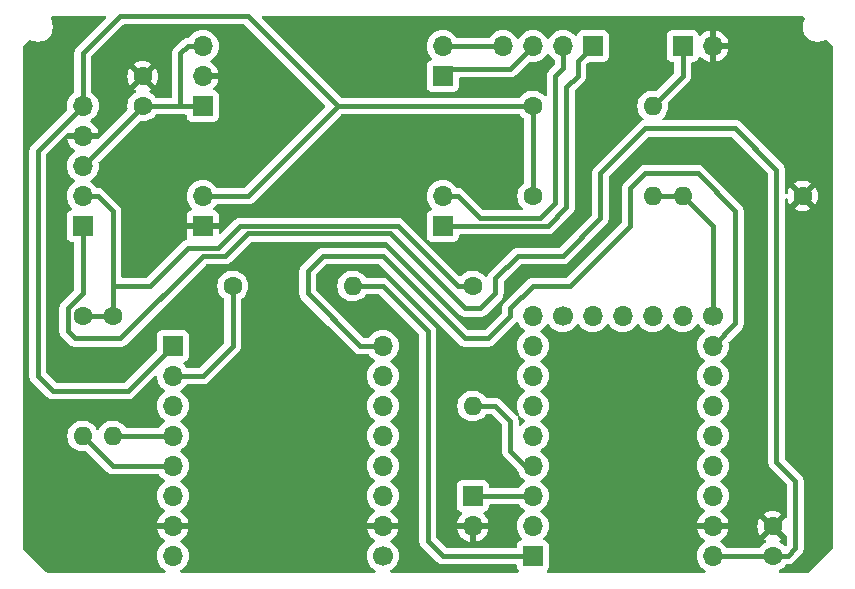
<source format=gbr>
%TF.GenerationSoftware,KiCad,Pcbnew,8.0.3*%
%TF.CreationDate,2026-01-09T14:43:18+01:00*%
%TF.ProjectId,VintageRadio,56696e74-6167-4655-9261-64696f2e6b69,rev?*%
%TF.SameCoordinates,Original*%
%TF.FileFunction,Copper,L2,Bot*%
%TF.FilePolarity,Positive*%
%FSLAX46Y46*%
G04 Gerber Fmt 4.6, Leading zero omitted, Abs format (unit mm)*
G04 Created by KiCad (PCBNEW 8.0.3) date 2026-01-09 14:43:18*
%MOMM*%
%LPD*%
G01*
G04 APERTURE LIST*
%TA.AperFunction,ComponentPad*%
%ADD10R,1.700000X1.700000*%
%TD*%
%TA.AperFunction,ComponentPad*%
%ADD11O,1.700000X1.700000*%
%TD*%
%TA.AperFunction,ComponentPad*%
%ADD12C,1.700000*%
%TD*%
%TA.AperFunction,ComponentPad*%
%ADD13O,1.600000X1.600000*%
%TD*%
%TA.AperFunction,ComponentPad*%
%ADD14C,1.600000*%
%TD*%
%TA.AperFunction,Conductor*%
%ADD15C,0.400000*%
%TD*%
G04 APERTURE END LIST*
D10*
%TO.P,J7,1,Pin_1*%
%TO.N,Net-(J7-Pin_1)*%
X188810000Y-91510000D03*
D11*
%TO.P,J7,2,Pin_2*%
%TO.N,GND*%
X188810000Y-94050000D03*
%TD*%
%TO.P,J9,2,Pin_2*%
%TO.N,GND*%
X209130000Y-53410000D03*
D10*
%TO.P,J9,1,Pin_1*%
%TO.N,Net-(J9-Pin_1)*%
X206590000Y-53410000D03*
%TD*%
%TO.P,J1,1,Pin_1*%
%TO.N,Net-(J1-Pin_1)*%
X155790000Y-68650000D03*
D11*
%TO.P,J1,2,Pin_2*%
%TO.N,Net-(J1-Pin_2)*%
X155790000Y-66110000D03*
%TO.P,J1,3,Pin_3*%
%TO.N,Net-(J1-Pin_3)*%
X155790000Y-63570000D03*
%TO.P,J1,4,Pin_4*%
%TO.N,GND*%
X155790000Y-61030000D03*
%TO.P,J1,5,Pin_5*%
%TO.N,VCC*%
X155790000Y-58490000D03*
%TD*%
D12*
%TO.P,J10,1,Pin_1*%
%TO.N,unconnected-(J10-Pin_1-Pad1)*%
X196430000Y-76270000D03*
D11*
%TO.P,J10,2,Pin_2*%
%TO.N,unconnected-(J10-Pin_2-Pad2)*%
X198970000Y-76270000D03*
%TO.P,J10,3,Pin_3*%
%TO.N,unconnected-(J10-Pin_3-Pad3)*%
X201510000Y-76270000D03*
%TO.P,J10,4,Pin_4*%
%TO.N,unconnected-(J10-Pin_4-Pad4)*%
X204050000Y-76270000D03*
%TO.P,J10,5,Pin_5*%
%TO.N,unconnected-(J10-Pin_5-Pad5)*%
X206590000Y-76270000D03*
%TD*%
D13*
%TO.P,R4,2*%
%TO.N,Net-(J11-Pin_1)*%
X204050000Y-66110000D03*
D14*
%TO.P,R4,1*%
%TO.N,VCC*%
X193890000Y-66110000D03*
%TD*%
D10*
%TO.P,J8,1,Pin_1*%
%TO.N,Net-(J8-Pin_1)*%
X193890000Y-96590000D03*
D11*
%TO.P,J8,2,Pin_2*%
%TO.N,unconnected-(J8-Pin_2-Pad2)*%
X193890000Y-94050000D03*
%TO.P,J8,3,Pin_3*%
%TO.N,Net-(J7-Pin_1)*%
X193890000Y-91510000D03*
%TO.P,J8,4,Pin_4*%
%TO.N,Net-(J8-Pin_4)*%
X193890000Y-88970000D03*
%TO.P,J8,5,Pin_5*%
%TO.N,unconnected-(J8-Pin_5-Pad5)*%
X193890000Y-86430000D03*
%TO.P,J8,6,Pin_6*%
%TO.N,unconnected-(J8-Pin_6-Pad6)*%
X193890000Y-83890000D03*
%TO.P,J8,7,Pin_7*%
%TO.N,unconnected-(J8-Pin_7-Pad7)*%
X193890000Y-81350000D03*
%TO.P,J8,8,Pin_8*%
%TO.N,unconnected-(J8-Pin_8-Pad8)*%
X193890000Y-78810000D03*
%TO.P,J8,9,Pin_9*%
%TO.N,unconnected-(J8-Pin_9-Pad9)*%
X193890000Y-76270000D03*
%TD*%
D14*
%TO.P,C2,1*%
%TO.N,Net-(J1-Pin_1)*%
X214210000Y-96590000D03*
%TO.P,C2,2*%
%TO.N,GND*%
X214210000Y-94090000D03*
%TD*%
%TO.P,R6,1*%
%TO.N,VCC*%
X193890000Y-58490000D03*
D13*
%TO.P,R6,2*%
%TO.N,Net-(J9-Pin_1)*%
X204050000Y-58490000D03*
%TD*%
D14*
%TO.P,C1,1*%
%TO.N,Net-(J1-Pin_3)*%
X160870000Y-58490000D03*
%TO.P,C1,2*%
%TO.N,GND*%
X160870000Y-55990000D03*
%TD*%
%TO.P,R1,1*%
%TO.N,Net-(J1-Pin_2)*%
X188810000Y-73730000D03*
D13*
%TO.P,R1,2*%
%TO.N,Net-(J8-Pin_4)*%
X188810000Y-83890000D03*
%TD*%
D12*
%TO.P,J11,1,Pin_1*%
%TO.N,Net-(J11-Pin_1)*%
X209130000Y-76270000D03*
D11*
%TO.P,J11,2,Pin_2*%
%TO.N,Net-(J11-Pin_2)*%
X209130000Y-78810000D03*
%TO.P,J11,3,Pin_3*%
%TO.N,unconnected-(J11-Pin_3-Pad3)*%
X209130000Y-81350000D03*
%TO.P,J11,4,Pin_4*%
%TO.N,unconnected-(J11-Pin_4-Pad4)*%
X209130000Y-83890000D03*
%TO.P,J11,5,Pin_5*%
%TO.N,unconnected-(J11-Pin_5-Pad5)*%
X209130000Y-86430000D03*
%TO.P,J11,6,Pin_6*%
%TO.N,unconnected-(J11-Pin_6-Pad6)*%
X209130000Y-88970000D03*
%TO.P,J11,7,Pin_7*%
%TO.N,unconnected-(J11-Pin_7-Pad7)*%
X209130000Y-91510000D03*
%TO.P,J11,8,Pin_8*%
%TO.N,GND*%
X209130000Y-94050000D03*
%TO.P,J11,9,Pin_9*%
%TO.N,Net-(J1-Pin_1)*%
X209130000Y-96590000D03*
%TD*%
D10*
%TO.P,J4,1,Pin_1*%
%TO.N,Net-(J3-Pin_1)*%
X198990000Y-53430000D03*
D11*
%TO.P,J4,2,Pin_2*%
%TO.N,Net-(J3-Pin_2)*%
X196450000Y-53430000D03*
%TO.P,J4,3,Pin_3*%
%TO.N,Net-(J4-Pin_3)*%
X193910000Y-53430000D03*
%TO.P,J4,4,Pin_4*%
%TO.N,Net-(J4-Pin_4)*%
X191370000Y-53430000D03*
%TD*%
D13*
%TO.P,R7,2*%
%TO.N,Net-(J8-Pin_1)*%
X178650000Y-73730000D03*
D14*
%TO.P,R7,1*%
%TO.N,Net-(J12-Pin_2)*%
X168490000Y-73730000D03*
%TD*%
%TO.P,R2,1*%
%TO.N,Net-(J1-Pin_2)*%
X155790000Y-76270000D03*
D13*
%TO.P,R2,2*%
%TO.N,Net-(J12-Pin_5)*%
X155790000Y-86430000D03*
%TD*%
D11*
%TO.P,J3,2,Pin_2*%
%TO.N,Net-(J3-Pin_2)*%
X186270000Y-66130000D03*
D10*
%TO.P,J3,1,Pin_1*%
%TO.N,Net-(J3-Pin_1)*%
X186270000Y-68670000D03*
%TD*%
D11*
%TO.P,J2,2,Pin_2*%
%TO.N,VCC*%
X165950000Y-66130000D03*
D10*
%TO.P,J2,1,Pin_1*%
%TO.N,GND*%
X165950000Y-68670000D03*
%TD*%
D11*
%TO.P,J5,3,Pin_3*%
%TO.N,Net-(J1-Pin_3)*%
X165950000Y-53430000D03*
%TO.P,J5,2,Pin_2*%
%TO.N,GND*%
X165950000Y-55970000D03*
D10*
%TO.P,J5,1,Pin_1*%
%TO.N,Net-(J1-Pin_3)*%
X165950000Y-58510000D03*
%TD*%
D11*
%TO.P,J6,2,Pin_2*%
%TO.N,Net-(J4-Pin_4)*%
X186270000Y-53430000D03*
D10*
%TO.P,J6,1,Pin_1*%
%TO.N,Net-(J4-Pin_3)*%
X186270000Y-55970000D03*
%TD*%
D13*
%TO.P,R5,2*%
%TO.N,Net-(J11-Pin_1)*%
X206590000Y-66110000D03*
D14*
%TO.P,R5,1*%
%TO.N,GND*%
X216750000Y-66110000D03*
%TD*%
D11*
%TO.P,J13,8,Pin_8*%
%TO.N,Net-(J11-Pin_2)*%
X181190000Y-78810000D03*
%TO.P,J13,7,Pin_7*%
%TO.N,unconnected-(J13-Pin_7-Pad7)*%
X181190000Y-81350000D03*
%TO.P,J13,6,Pin_6*%
%TO.N,unconnected-(J13-Pin_6-Pad6)*%
X181190000Y-83890000D03*
%TO.P,J13,5,Pin_5*%
%TO.N,unconnected-(J13-Pin_5-Pad5)*%
X181190000Y-86430000D03*
%TO.P,J13,4,Pin_4*%
%TO.N,unconnected-(J13-Pin_4-Pad4)*%
X181190000Y-88970000D03*
%TO.P,J13,3,Pin_3*%
%TO.N,unconnected-(J13-Pin_3-Pad3)*%
X181190000Y-91510000D03*
%TO.P,J13,2,Pin_2*%
%TO.N,GND*%
X181190000Y-94050000D03*
D12*
%TO.P,J13,1,Pin_1*%
%TO.N,unconnected-(J13-Pin_1-Pad1)*%
X181190000Y-96590000D03*
%TD*%
D11*
%TO.P,J12,8,Pin_8*%
%TO.N,unconnected-(J12-Pin_8-Pad8)*%
X163410000Y-96590000D03*
%TO.P,J12,7,Pin_7*%
%TO.N,GND*%
X163410000Y-94050000D03*
%TO.P,J12,6,Pin_6*%
%TO.N,unconnected-(J12-Pin_6-Pad6)*%
X163410000Y-91510000D03*
%TO.P,J12,5,Pin_5*%
%TO.N,Net-(J12-Pin_5)*%
X163410000Y-88970000D03*
%TO.P,J12,4,Pin_4*%
%TO.N,Net-(J12-Pin_4)*%
X163410000Y-86430000D03*
%TO.P,J12,3,Pin_3*%
%TO.N,unconnected-(J12-Pin_3-Pad3)*%
X163410000Y-83890000D03*
%TO.P,J12,2,Pin_2*%
%TO.N,Net-(J12-Pin_2)*%
X163410000Y-81350000D03*
D10*
%TO.P,J12,1,Pin_1*%
%TO.N,VCC*%
X163410000Y-78810000D03*
%TD*%
D14*
%TO.P,R3,1*%
%TO.N,Net-(J1-Pin_2)*%
X158330000Y-76270000D03*
D13*
%TO.P,R3,2*%
%TO.N,Net-(J12-Pin_4)*%
X158330000Y-86430000D03*
%TD*%
D15*
%TO.N,VCC*%
X151980000Y-62300000D02*
X155790000Y-58490000D01*
X159600000Y-82620000D02*
X153250000Y-82620000D01*
X153250000Y-82620000D02*
X151980000Y-81350000D01*
X151980000Y-81350000D02*
X151980000Y-62300000D01*
X163410000Y-78810000D02*
X159600000Y-82620000D01*
%TO.N,Net-(J1-Pin_2)*%
X167220000Y-70555000D02*
X164680000Y-70555000D01*
X169125000Y-68650000D02*
X167220000Y-70555000D01*
X182460000Y-68650000D02*
X169125000Y-68650000D01*
X164680000Y-70555000D02*
X161505000Y-73730000D01*
X187540000Y-73730000D02*
X182460000Y-68650000D01*
X188810000Y-73730000D02*
X187540000Y-73730000D01*
X161505000Y-73730000D02*
X158330000Y-73730000D01*
%TO.N,Net-(J11-Pin_2)*%
X181190000Y-78810000D02*
X179285000Y-78810000D01*
X193890000Y-73730000D02*
X191985000Y-75635000D01*
X197065000Y-73730000D02*
X193890000Y-73730000D01*
X191985000Y-75635000D02*
X191985000Y-76270000D01*
X174840000Y-74365000D02*
X179285000Y-78810000D01*
X174840000Y-72460000D02*
X174840000Y-74365000D01*
X176110000Y-71190000D02*
X174840000Y-72460000D01*
X181190000Y-71190000D02*
X176110000Y-71190000D01*
X188175000Y-78175000D02*
X181190000Y-71190000D01*
X191985000Y-76270000D02*
X190080000Y-78175000D01*
X207860000Y-64205000D02*
X203415000Y-64205000D01*
X203415000Y-64205000D02*
X202145000Y-65475000D01*
X211035000Y-67380000D02*
X207860000Y-64205000D01*
X202145000Y-65475000D02*
X202145000Y-68650000D01*
X190080000Y-78175000D02*
X188175000Y-78175000D01*
X211035000Y-76905000D02*
X211035000Y-67380000D01*
X202145000Y-68650000D02*
X197065000Y-73730000D01*
X209130000Y-78810000D02*
X211035000Y-76905000D01*
%TO.N,Net-(J1-Pin_1)*%
X215480000Y-96590000D02*
X214210000Y-96590000D01*
X216115000Y-90240000D02*
X216115000Y-95955000D01*
X214527500Y-63887500D02*
X214527500Y-88652500D01*
X214527500Y-88652500D02*
X216115000Y-90240000D01*
X211035000Y-60395000D02*
X214527500Y-63887500D01*
X199605000Y-64205000D02*
X203415000Y-60395000D01*
X203415000Y-60395000D02*
X211035000Y-60395000D01*
X199605000Y-68015000D02*
X199605000Y-64205000D01*
X192620000Y-71190000D02*
X196430000Y-71190000D01*
X190715000Y-73095000D02*
X192620000Y-71190000D01*
X189445000Y-75635000D02*
X190715000Y-74365000D01*
X190715000Y-74365000D02*
X190715000Y-73095000D01*
X188175000Y-75635000D02*
X189445000Y-75635000D01*
X216115000Y-95955000D02*
X215480000Y-96590000D01*
X169760000Y-69285000D02*
X181825000Y-69285000D01*
X167855000Y-71190000D02*
X169760000Y-69285000D01*
X165950000Y-71190000D02*
X167855000Y-71190000D01*
X155155000Y-78175000D02*
X158965000Y-78175000D01*
X196430000Y-71190000D02*
X199605000Y-68015000D01*
X154520000Y-77540000D02*
X155155000Y-78175000D01*
X181825000Y-69285000D02*
X188175000Y-75635000D01*
X155790000Y-74365000D02*
X154520000Y-75635000D01*
X154520000Y-75635000D02*
X154520000Y-77540000D01*
X155790000Y-68650000D02*
X155790000Y-74365000D01*
X158965000Y-78175000D02*
X165950000Y-71190000D01*
%TO.N,Net-(J3-Pin_1)*%
X196747500Y-67062500D02*
X195140000Y-68670000D01*
X195140000Y-68670000D02*
X186270000Y-68670000D01*
X197700000Y-54720000D02*
X197700000Y-55950000D01*
X198990000Y-53430000D02*
X197700000Y-54720000D01*
X197700000Y-55950000D02*
X196747500Y-56902500D01*
X196747500Y-56902500D02*
X196747500Y-67062500D01*
%TO.N,Net-(J1-Pin_2)*%
X155790000Y-76270000D02*
X158330000Y-76270000D01*
X158330000Y-73730000D02*
X158330000Y-76270000D01*
%TO.N,Net-(J12-Pin_4)*%
X163410000Y-86430000D02*
X158330000Y-86430000D01*
%TO.N,Net-(J12-Pin_5)*%
X158330000Y-88970000D02*
X155790000Y-86430000D01*
X163410000Y-88970000D02*
X158330000Y-88970000D01*
%TO.N,Net-(J12-Pin_2)*%
X165950000Y-81350000D02*
X163410000Y-81350000D01*
X168490000Y-78810000D02*
X165950000Y-81350000D01*
X168490000Y-73730000D02*
X168490000Y-78810000D01*
%TO.N,Net-(J8-Pin_1)*%
X181190000Y-73730000D02*
X178650000Y-73730000D01*
X186270000Y-96590000D02*
X193890000Y-96590000D01*
X185000000Y-77540000D02*
X185000000Y-95320000D01*
X185000000Y-95320000D02*
X186270000Y-96590000D01*
X181190000Y-73730000D02*
X185000000Y-77540000D01*
%TO.N,Net-(J3-Pin_2)*%
X187540000Y-66110000D02*
X189445000Y-68015000D01*
X189445000Y-68015000D02*
X194525000Y-68015000D01*
X187520000Y-66130000D02*
X187540000Y-66110000D01*
X186270000Y-66130000D02*
X187520000Y-66130000D01*
X195795000Y-55950000D02*
X196450000Y-55295000D01*
X195795000Y-66745000D02*
X195795000Y-55950000D01*
X194525000Y-68015000D02*
X195795000Y-66745000D01*
X196450000Y-55295000D02*
X196450000Y-53430000D01*
%TO.N,Net-(J11-Pin_1)*%
X209130000Y-68650000D02*
X209130000Y-76270000D01*
X206590000Y-66110000D02*
X209130000Y-68650000D01*
X204050000Y-66110000D02*
X206590000Y-66110000D01*
%TO.N,VCC*%
X193890000Y-58490000D02*
X193890000Y-66110000D01*
%TO.N,Net-(J9-Pin_1)*%
X206590000Y-55950000D02*
X206590000Y-53410000D01*
X204050000Y-58490000D02*
X206590000Y-55950000D01*
%TO.N,VCC*%
X177380000Y-58490000D02*
X193890000Y-58490000D01*
%TO.N,Net-(J1-Pin_3)*%
X160870000Y-58490000D02*
X155790000Y-63570000D01*
%TO.N,VCC*%
X169740000Y-66130000D02*
X177380000Y-58490000D01*
X165950000Y-66130000D02*
X169740000Y-66130000D01*
X158965000Y-50870000D02*
X169760000Y-50870000D01*
X155790000Y-54045000D02*
X158965000Y-50870000D01*
X169760000Y-50870000D02*
X177380000Y-58490000D01*
X155790000Y-58490000D02*
X155790000Y-54045000D01*
%TO.N,Net-(J1-Pin_3)*%
X164045000Y-54045000D02*
X164045000Y-58510000D01*
X164660000Y-53430000D02*
X164045000Y-54045000D01*
X165950000Y-53430000D02*
X164660000Y-53430000D01*
X165950000Y-58510000D02*
X164045000Y-58510000D01*
X164045000Y-58510000D02*
X160890000Y-58510000D01*
X160890000Y-58510000D02*
X160870000Y-58490000D01*
%TO.N,Net-(J4-Pin_3)*%
X192005000Y-55335000D02*
X193910000Y-53430000D01*
X186885000Y-55335000D02*
X192005000Y-55335000D01*
X186270000Y-55950000D02*
X186905000Y-55315000D01*
X186270000Y-55970000D02*
X186270000Y-55950000D01*
X186270000Y-55950000D02*
X186885000Y-55335000D01*
%TO.N,Net-(J3-Pin_1)*%
X198950000Y-53430000D02*
X198990000Y-53430000D01*
%TO.N,Net-(J4-Pin_4)*%
X191370000Y-53430000D02*
X186270000Y-53430000D01*
%TO.N,Net-(J8-Pin_4)*%
X191985000Y-87700000D02*
X191985000Y-85160000D01*
X193255000Y-88970000D02*
X191985000Y-87700000D01*
X190715000Y-83890000D02*
X188810000Y-83890000D01*
X191985000Y-85160000D02*
X190715000Y-83890000D01*
X193890000Y-88970000D02*
X193255000Y-88970000D01*
%TO.N,Net-(J1-Pin_2)*%
X158330000Y-73730000D02*
X158330000Y-67380000D01*
X158330000Y-67380000D02*
X157060000Y-66110000D01*
X155790000Y-66110000D02*
X157060000Y-66110000D01*
%TO.N,Net-(J7-Pin_1)*%
X188810000Y-91510000D02*
X193890000Y-91510000D01*
%TO.N,Net-(J1-Pin_1)*%
X209130000Y-96590000D02*
X214210000Y-96590000D01*
%TD*%
%TA.AperFunction,Conductor*%
%TO.N,GND*%
G36*
X157742020Y-50889685D02*
G01*
X157787775Y-50942489D01*
X157797719Y-51011647D01*
X157768694Y-51075203D01*
X157762662Y-51081681D01*
X155245888Y-53598453D01*
X155245887Y-53598454D01*
X155169222Y-53713192D01*
X155116421Y-53840667D01*
X155116418Y-53840679D01*
X155089882Y-53974085D01*
X155089878Y-53974108D01*
X155089501Y-53976001D01*
X155089500Y-53976011D01*
X155089500Y-57267288D01*
X155069815Y-57334327D01*
X155036624Y-57368863D01*
X154918594Y-57451508D01*
X154751505Y-57618597D01*
X154615965Y-57812169D01*
X154615964Y-57812171D01*
X154516098Y-58026335D01*
X154516094Y-58026344D01*
X154454938Y-58254586D01*
X154454936Y-58254596D01*
X154434341Y-58489999D01*
X154434341Y-58490000D01*
X154454937Y-58725409D01*
X154454937Y-58725410D01*
X154459442Y-58742225D01*
X154457776Y-58812075D01*
X154427347Y-58861994D01*
X151435887Y-61853454D01*
X151359222Y-61968192D01*
X151306421Y-62095667D01*
X151306418Y-62095677D01*
X151279500Y-62231004D01*
X151279500Y-62231007D01*
X151279500Y-81281006D01*
X151279500Y-81418994D01*
X151279500Y-81418996D01*
X151279499Y-81418996D01*
X151306418Y-81554322D01*
X151306421Y-81554332D01*
X151359222Y-81681807D01*
X151435887Y-81796545D01*
X152803454Y-83164112D01*
X152918190Y-83240776D01*
X152986873Y-83269225D01*
X153045671Y-83293580D01*
X153045672Y-83293580D01*
X153045677Y-83293582D01*
X153072545Y-83298925D01*
X153072551Y-83298926D01*
X153072591Y-83298934D01*
X153162937Y-83316905D01*
X153181006Y-83320500D01*
X153181007Y-83320500D01*
X159668996Y-83320500D01*
X159777457Y-83298925D01*
X159804328Y-83293580D01*
X159868069Y-83267177D01*
X159931807Y-83240777D01*
X159931808Y-83240776D01*
X159931811Y-83240775D01*
X160046543Y-83164114D01*
X161850728Y-81359927D01*
X161912049Y-81326444D01*
X161981740Y-81331428D01*
X162037674Y-81373299D01*
X162061935Y-81436802D01*
X162074936Y-81585403D01*
X162074938Y-81585413D01*
X162136094Y-81813655D01*
X162136096Y-81813659D01*
X162136097Y-81813663D01*
X162185450Y-81919500D01*
X162235965Y-82027830D01*
X162235967Y-82027834D01*
X162371501Y-82221395D01*
X162371506Y-82221402D01*
X162538597Y-82388493D01*
X162538603Y-82388498D01*
X162724158Y-82518425D01*
X162767783Y-82573002D01*
X162774977Y-82642500D01*
X162743454Y-82704855D01*
X162724158Y-82721575D01*
X162538597Y-82851505D01*
X162371505Y-83018597D01*
X162235965Y-83212169D01*
X162235964Y-83212171D01*
X162136098Y-83426335D01*
X162136094Y-83426344D01*
X162074938Y-83654586D01*
X162074936Y-83654596D01*
X162054341Y-83889999D01*
X162054341Y-83890000D01*
X162074936Y-84125403D01*
X162074938Y-84125413D01*
X162136094Y-84353655D01*
X162136096Y-84353659D01*
X162136097Y-84353663D01*
X162224262Y-84542732D01*
X162235965Y-84567830D01*
X162235967Y-84567834D01*
X162323989Y-84693541D01*
X162371499Y-84761393D01*
X162371501Y-84761395D01*
X162371506Y-84761402D01*
X162538597Y-84928493D01*
X162538603Y-84928498D01*
X162724158Y-85058425D01*
X162767783Y-85113002D01*
X162774977Y-85182500D01*
X162743454Y-85244855D01*
X162724158Y-85261575D01*
X162538597Y-85391505D01*
X162371506Y-85558596D01*
X162288864Y-85676623D01*
X162234287Y-85720248D01*
X162187289Y-85729500D01*
X159491673Y-85729500D01*
X159424634Y-85709815D01*
X159390098Y-85676623D01*
X159330045Y-85590858D01*
X159169141Y-85429954D01*
X158982734Y-85299432D01*
X158982732Y-85299431D01*
X158776497Y-85203261D01*
X158776488Y-85203258D01*
X158556697Y-85144366D01*
X158556693Y-85144365D01*
X158556692Y-85144365D01*
X158556691Y-85144364D01*
X158556686Y-85144364D01*
X158330002Y-85124532D01*
X158329998Y-85124532D01*
X158103313Y-85144364D01*
X158103302Y-85144366D01*
X157883511Y-85203258D01*
X157883502Y-85203261D01*
X157677267Y-85299431D01*
X157677265Y-85299432D01*
X157490858Y-85429954D01*
X157329954Y-85590858D01*
X157199432Y-85777265D01*
X157199431Y-85777267D01*
X157172382Y-85835275D01*
X157126209Y-85887714D01*
X157059016Y-85906866D01*
X156992135Y-85886650D01*
X156947618Y-85835275D01*
X156920568Y-85777267D01*
X156920567Y-85777265D01*
X156790045Y-85590858D01*
X156629141Y-85429954D01*
X156442734Y-85299432D01*
X156442732Y-85299431D01*
X156236497Y-85203261D01*
X156236488Y-85203258D01*
X156016697Y-85144366D01*
X156016693Y-85144365D01*
X156016692Y-85144365D01*
X156016691Y-85144364D01*
X156016686Y-85144364D01*
X155790002Y-85124532D01*
X155789998Y-85124532D01*
X155563313Y-85144364D01*
X155563302Y-85144366D01*
X155343511Y-85203258D01*
X155343502Y-85203261D01*
X155137267Y-85299431D01*
X155137265Y-85299432D01*
X154950858Y-85429954D01*
X154789954Y-85590858D01*
X154659432Y-85777265D01*
X154659431Y-85777267D01*
X154563261Y-85983502D01*
X154563258Y-85983511D01*
X154504366Y-86203302D01*
X154504364Y-86203313D01*
X154484532Y-86429998D01*
X154484532Y-86430001D01*
X154504364Y-86656686D01*
X154504366Y-86656697D01*
X154563258Y-86876488D01*
X154563261Y-86876497D01*
X154659431Y-87082732D01*
X154659432Y-87082734D01*
X154789954Y-87269141D01*
X154950858Y-87430045D01*
X154950861Y-87430047D01*
X155137266Y-87560568D01*
X155343504Y-87656739D01*
X155563308Y-87715635D01*
X155725230Y-87729801D01*
X155789998Y-87735468D01*
X155790000Y-87735468D01*
X155790001Y-87735468D01*
X155808304Y-87733866D01*
X156016692Y-87715635D01*
X156016697Y-87715633D01*
X156021881Y-87715180D01*
X156090381Y-87728946D01*
X156120370Y-87751027D01*
X157090838Y-88721494D01*
X157785886Y-89416542D01*
X157883458Y-89514114D01*
X157883459Y-89514115D01*
X157998184Y-89590772D01*
X157998185Y-89590772D01*
X157998189Y-89590775D01*
X158039248Y-89607782D01*
X158125671Y-89643580D01*
X158140232Y-89646476D01*
X158147011Y-89647825D01*
X158147024Y-89647827D01*
X158147038Y-89647830D01*
X158204022Y-89659165D01*
X158261005Y-89670500D01*
X158261007Y-89670500D01*
X162187289Y-89670500D01*
X162254328Y-89690185D01*
X162288864Y-89723377D01*
X162371505Y-89841402D01*
X162538597Y-90008493D01*
X162538603Y-90008498D01*
X162724158Y-90138425D01*
X162767783Y-90193002D01*
X162774977Y-90262500D01*
X162743454Y-90324855D01*
X162724158Y-90341575D01*
X162538597Y-90471505D01*
X162371505Y-90638597D01*
X162235965Y-90832169D01*
X162235964Y-90832171D01*
X162136098Y-91046335D01*
X162136094Y-91046344D01*
X162074938Y-91274586D01*
X162074936Y-91274596D01*
X162054341Y-91509999D01*
X162054341Y-91510000D01*
X162074936Y-91745403D01*
X162074938Y-91745413D01*
X162136094Y-91973655D01*
X162136096Y-91973659D01*
X162136097Y-91973663D01*
X162235965Y-92187830D01*
X162235967Y-92187834D01*
X162371501Y-92381395D01*
X162371506Y-92381402D01*
X162538597Y-92548493D01*
X162538603Y-92548498D01*
X162724594Y-92678730D01*
X162768219Y-92733307D01*
X162775413Y-92802805D01*
X162743890Y-92865160D01*
X162724595Y-92881880D01*
X162538922Y-93011890D01*
X162538920Y-93011891D01*
X162371891Y-93178920D01*
X162371886Y-93178926D01*
X162236400Y-93372420D01*
X162236399Y-93372422D01*
X162136570Y-93586507D01*
X162136567Y-93586513D01*
X162079364Y-93799999D01*
X162079364Y-93800000D01*
X162976988Y-93800000D01*
X162944075Y-93857007D01*
X162910000Y-93984174D01*
X162910000Y-94115826D01*
X162944075Y-94242993D01*
X162976988Y-94300000D01*
X162079364Y-94300000D01*
X162136567Y-94513486D01*
X162136570Y-94513492D01*
X162236399Y-94727578D01*
X162371894Y-94921082D01*
X162538917Y-95088105D01*
X162724595Y-95218119D01*
X162768219Y-95272696D01*
X162775412Y-95342195D01*
X162743890Y-95404549D01*
X162724595Y-95421269D01*
X162538594Y-95551508D01*
X162371505Y-95718597D01*
X162235965Y-95912169D01*
X162235964Y-95912171D01*
X162136098Y-96126335D01*
X162136094Y-96126344D01*
X162074938Y-96354586D01*
X162074936Y-96354596D01*
X162054341Y-96589999D01*
X162054341Y-96590000D01*
X162074936Y-96825403D01*
X162074938Y-96825413D01*
X162136094Y-97053655D01*
X162136096Y-97053659D01*
X162136097Y-97053663D01*
X162173611Y-97134112D01*
X162235965Y-97267830D01*
X162235967Y-97267834D01*
X162344281Y-97422521D01*
X162371505Y-97461401D01*
X162538599Y-97628495D01*
X162635384Y-97696265D01*
X162732165Y-97764032D01*
X162736856Y-97766740D01*
X162736000Y-97768221D01*
X162782644Y-97809292D01*
X162801795Y-97876486D01*
X162781578Y-97943367D01*
X162728412Y-97988700D01*
X162677799Y-97999500D01*
X152800862Y-97999500D01*
X152733823Y-97979815D01*
X152713181Y-97963181D01*
X150746319Y-95996319D01*
X150712834Y-95934996D01*
X150710000Y-95908638D01*
X150710000Y-53461361D01*
X150729685Y-53394322D01*
X150746314Y-53373685D01*
X151218542Y-52901457D01*
X151279863Y-52867974D01*
X151349555Y-52872958D01*
X151362513Y-52878654D01*
X151376713Y-52885889D01*
X151519970Y-52958882D01*
X151519972Y-52958882D01*
X151519975Y-52958884D01*
X151620317Y-52991487D01*
X151707173Y-53019709D01*
X151901578Y-53050500D01*
X151901583Y-53050500D01*
X152098422Y-53050500D01*
X152292826Y-53019709D01*
X152480025Y-52958884D01*
X152655405Y-52869524D01*
X152814646Y-52753828D01*
X152953828Y-52614646D01*
X153069524Y-52455405D01*
X153158884Y-52280025D01*
X153219709Y-52092826D01*
X153220805Y-52085908D01*
X153250500Y-51898422D01*
X153250500Y-51701577D01*
X153219709Y-51507173D01*
X153158882Y-51319970D01*
X153078655Y-51162516D01*
X153065759Y-51093846D01*
X153092035Y-51029106D01*
X153101442Y-51018557D01*
X153213683Y-50906316D01*
X153275004Y-50872834D01*
X153301362Y-50870000D01*
X157674981Y-50870000D01*
X157742020Y-50889685D01*
G37*
%TD.AperFunction*%
%TA.AperFunction,Conductor*%
G36*
X155324075Y-60837007D02*
G01*
X155290000Y-60964174D01*
X155290000Y-61095826D01*
X155324075Y-61222993D01*
X155356988Y-61280000D01*
X154459364Y-61280000D01*
X154516567Y-61493486D01*
X154516570Y-61493492D01*
X154616399Y-61707578D01*
X154751894Y-61901082D01*
X154918917Y-62068105D01*
X155104595Y-62198119D01*
X155148219Y-62252696D01*
X155155412Y-62322195D01*
X155123890Y-62384549D01*
X155104595Y-62401269D01*
X154918594Y-62531508D01*
X154751505Y-62698597D01*
X154615965Y-62892169D01*
X154615964Y-62892171D01*
X154516098Y-63106335D01*
X154516094Y-63106344D01*
X154454938Y-63334586D01*
X154454936Y-63334596D01*
X154434341Y-63569999D01*
X154434341Y-63570000D01*
X154454936Y-63805403D01*
X154454938Y-63805413D01*
X154516094Y-64033655D01*
X154516096Y-64033659D01*
X154516097Y-64033663D01*
X154563820Y-64136004D01*
X154615965Y-64247830D01*
X154615967Y-64247834D01*
X154751501Y-64441395D01*
X154751506Y-64441402D01*
X154918597Y-64608493D01*
X154918603Y-64608498D01*
X155104158Y-64738425D01*
X155147783Y-64793002D01*
X155154977Y-64862500D01*
X155123454Y-64924855D01*
X155104158Y-64941575D01*
X154918597Y-65071505D01*
X154751505Y-65238597D01*
X154615965Y-65432169D01*
X154615964Y-65432171D01*
X154516098Y-65646335D01*
X154516094Y-65646344D01*
X154454938Y-65874586D01*
X154454936Y-65874596D01*
X154434341Y-66109999D01*
X154434341Y-66110000D01*
X154454936Y-66345403D01*
X154454938Y-66345413D01*
X154516094Y-66573655D01*
X154516096Y-66573659D01*
X154516097Y-66573663D01*
X154562938Y-66674114D01*
X154615965Y-66787830D01*
X154615967Y-66787834D01*
X154709429Y-66921311D01*
X154748430Y-66977010D01*
X154751501Y-66981395D01*
X154751506Y-66981402D01*
X154873430Y-67103326D01*
X154906915Y-67164649D01*
X154901931Y-67234341D01*
X154860059Y-67290274D01*
X154829083Y-67307189D01*
X154697669Y-67356203D01*
X154697664Y-67356206D01*
X154582455Y-67442452D01*
X154582452Y-67442455D01*
X154496206Y-67557664D01*
X154496202Y-67557671D01*
X154445908Y-67692517D01*
X154442433Y-67724843D01*
X154439501Y-67752123D01*
X154439500Y-67752135D01*
X154439500Y-69547870D01*
X154439501Y-69547876D01*
X154445908Y-69607483D01*
X154496202Y-69742328D01*
X154496206Y-69742335D01*
X154582452Y-69857544D01*
X154582455Y-69857547D01*
X154697664Y-69943793D01*
X154697671Y-69943797D01*
X154742618Y-69960561D01*
X154832517Y-69994091D01*
X154892127Y-70000500D01*
X154965500Y-70000499D01*
X155032538Y-70020183D01*
X155078294Y-70072986D01*
X155089500Y-70124499D01*
X155089500Y-74023480D01*
X155069815Y-74090519D01*
X155053181Y-74111161D01*
X153975888Y-75188453D01*
X153975887Y-75188454D01*
X153899222Y-75303192D01*
X153846421Y-75430667D01*
X153846418Y-75430677D01*
X153819500Y-75566004D01*
X153819500Y-75566007D01*
X153819500Y-77471006D01*
X153819500Y-77608994D01*
X153819500Y-77608996D01*
X153819499Y-77608996D01*
X153846418Y-77744322D01*
X153846421Y-77744332D01*
X153899222Y-77871807D01*
X153975887Y-77986545D01*
X154708454Y-78719112D01*
X154823192Y-78795777D01*
X154950667Y-78848578D01*
X154950672Y-78848580D01*
X154950676Y-78848580D01*
X154950677Y-78848581D01*
X155086003Y-78875500D01*
X155086006Y-78875500D01*
X159033996Y-78875500D01*
X159125040Y-78857389D01*
X159169328Y-78848580D01*
X159262471Y-78809999D01*
X159296807Y-78795777D01*
X159296808Y-78795776D01*
X159296811Y-78795775D01*
X159411543Y-78719114D01*
X166203838Y-71926819D01*
X166265161Y-71893334D01*
X166291519Y-71890500D01*
X167923996Y-71890500D01*
X168015040Y-71872389D01*
X168059328Y-71863580D01*
X168123069Y-71837177D01*
X168186807Y-71810777D01*
X168186808Y-71810776D01*
X168186811Y-71810775D01*
X168301543Y-71734114D01*
X170013838Y-70021819D01*
X170075161Y-69988334D01*
X170101519Y-69985500D01*
X181483481Y-69985500D01*
X181550520Y-70005185D01*
X181571162Y-70021819D01*
X187728453Y-76179111D01*
X187728454Y-76179112D01*
X187728457Y-76179114D01*
X187806739Y-76231420D01*
X187843189Y-76255775D01*
X187970672Y-76308580D01*
X187970676Y-76308580D01*
X187970677Y-76308581D01*
X188106004Y-76335500D01*
X188106007Y-76335500D01*
X189513996Y-76335500D01*
X189605040Y-76317389D01*
X189649328Y-76308580D01*
X189742469Y-76270000D01*
X189776807Y-76255777D01*
X189776808Y-76255776D01*
X189776811Y-76255775D01*
X189891543Y-76179114D01*
X191259114Y-74811543D01*
X191335775Y-74696811D01*
X191388580Y-74569329D01*
X191396798Y-74528013D01*
X191413966Y-74441706D01*
X191415500Y-74433994D01*
X191415500Y-73436519D01*
X191435185Y-73369480D01*
X191451819Y-73348838D01*
X192873838Y-71926819D01*
X192935161Y-71893334D01*
X192961519Y-71890500D01*
X196498996Y-71890500D01*
X196590040Y-71872389D01*
X196634328Y-71863580D01*
X196698069Y-71837177D01*
X196761807Y-71810777D01*
X196761808Y-71810776D01*
X196761811Y-71810775D01*
X196876543Y-71734114D01*
X200149114Y-68461543D01*
X200225775Y-68346811D01*
X200237634Y-68318182D01*
X200278578Y-68219332D01*
X200278580Y-68219328D01*
X200301145Y-68105887D01*
X200305500Y-68083996D01*
X200305500Y-64546519D01*
X200325185Y-64479480D01*
X200341819Y-64458838D01*
X203668838Y-61131819D01*
X203730161Y-61098334D01*
X203756519Y-61095500D01*
X210693481Y-61095500D01*
X210760520Y-61115185D01*
X210781162Y-61131819D01*
X213790681Y-64141338D01*
X213824166Y-64202661D01*
X213827000Y-64229019D01*
X213827000Y-88583506D01*
X213827000Y-88721494D01*
X213827000Y-88721496D01*
X213826999Y-88721496D01*
X213853918Y-88856822D01*
X213853921Y-88856832D01*
X213906722Y-88984307D01*
X213983387Y-89099045D01*
X213983388Y-89099046D01*
X215378181Y-90493838D01*
X215411666Y-90555161D01*
X215414500Y-90581519D01*
X215414500Y-93240182D01*
X215394815Y-93307221D01*
X215342011Y-93352976D01*
X215291953Y-93361598D01*
X214610000Y-94043551D01*
X214610000Y-94037339D01*
X214582741Y-93935606D01*
X214530080Y-93844394D01*
X214455606Y-93769920D01*
X214364394Y-93717259D01*
X214262661Y-93690000D01*
X214256448Y-93690000D01*
X214935472Y-93010974D01*
X214862478Y-92959863D01*
X214656331Y-92863735D01*
X214656317Y-92863730D01*
X214436610Y-92804860D01*
X214436599Y-92804858D01*
X214210002Y-92785034D01*
X214209998Y-92785034D01*
X213983400Y-92804858D01*
X213983389Y-92804860D01*
X213763682Y-92863730D01*
X213763673Y-92863734D01*
X213557516Y-92959866D01*
X213557512Y-92959868D01*
X213484526Y-93010973D01*
X213484526Y-93010974D01*
X214163553Y-93690000D01*
X214157339Y-93690000D01*
X214055606Y-93717259D01*
X213964394Y-93769920D01*
X213889920Y-93844394D01*
X213837259Y-93935606D01*
X213810000Y-94037339D01*
X213810000Y-94043552D01*
X213130974Y-93364526D01*
X213130973Y-93364526D01*
X213079868Y-93437512D01*
X213079866Y-93437516D01*
X212983734Y-93643673D01*
X212983730Y-93643682D01*
X212924860Y-93863389D01*
X212924858Y-93863400D01*
X212905034Y-94089997D01*
X212905034Y-94090002D01*
X212924858Y-94316599D01*
X212924860Y-94316610D01*
X212983730Y-94536317D01*
X212983735Y-94536331D01*
X213079863Y-94742478D01*
X213130974Y-94815472D01*
X213810000Y-94136446D01*
X213810000Y-94142661D01*
X213837259Y-94244394D01*
X213889920Y-94335606D01*
X213964394Y-94410080D01*
X214055606Y-94462741D01*
X214157339Y-94490000D01*
X214163553Y-94490000D01*
X213484526Y-95169025D01*
X213557513Y-95220132D01*
X213557515Y-95220133D01*
X213572973Y-95227341D01*
X213625413Y-95273513D01*
X213644566Y-95340706D01*
X213624351Y-95407587D01*
X213572979Y-95452104D01*
X213557270Y-95459429D01*
X213557265Y-95459432D01*
X213370858Y-95589954D01*
X213209954Y-95750858D01*
X213149902Y-95836623D01*
X213095325Y-95880248D01*
X213048327Y-95889500D01*
X210352711Y-95889500D01*
X210285672Y-95869815D01*
X210251136Y-95836623D01*
X210248276Y-95832539D01*
X210202066Y-95766543D01*
X210168494Y-95718597D01*
X210001402Y-95551506D01*
X210001401Y-95551505D01*
X209815405Y-95421269D01*
X209771781Y-95366692D01*
X209764588Y-95297193D01*
X209796110Y-95234839D01*
X209815405Y-95218119D01*
X210001082Y-95088105D01*
X210168105Y-94921082D01*
X210303600Y-94727578D01*
X210403429Y-94513492D01*
X210403432Y-94513486D01*
X210460636Y-94300000D01*
X209563012Y-94300000D01*
X209595925Y-94242993D01*
X209630000Y-94115826D01*
X209630000Y-93984174D01*
X209595925Y-93857007D01*
X209563012Y-93800000D01*
X210460636Y-93800000D01*
X210460635Y-93799999D01*
X210403432Y-93586513D01*
X210403429Y-93586507D01*
X210303600Y-93372422D01*
X210303599Y-93372420D01*
X210168113Y-93178926D01*
X210168108Y-93178920D01*
X210001078Y-93011890D01*
X209815405Y-92881879D01*
X209771780Y-92827302D01*
X209764588Y-92757804D01*
X209796110Y-92695449D01*
X209815406Y-92678730D01*
X209815842Y-92678425D01*
X210001401Y-92548495D01*
X210168495Y-92381401D01*
X210304035Y-92187830D01*
X210403903Y-91973663D01*
X210465063Y-91745408D01*
X210485659Y-91510000D01*
X210465063Y-91274592D01*
X210403903Y-91046337D01*
X210304035Y-90832171D01*
X210281683Y-90800248D01*
X210168494Y-90638597D01*
X210001402Y-90471506D01*
X210001396Y-90471501D01*
X209815842Y-90341575D01*
X209772217Y-90286998D01*
X209765023Y-90217500D01*
X209796546Y-90155145D01*
X209815842Y-90138425D01*
X209962595Y-90035667D01*
X210001401Y-90008495D01*
X210168495Y-89841401D01*
X210304035Y-89647830D01*
X210403903Y-89433663D01*
X210465063Y-89205408D01*
X210485659Y-88970000D01*
X210465063Y-88734592D01*
X210403903Y-88506337D01*
X210304035Y-88292171D01*
X210281683Y-88260248D01*
X210168494Y-88098597D01*
X210001402Y-87931506D01*
X210001396Y-87931501D01*
X209815842Y-87801575D01*
X209772217Y-87746998D01*
X209765023Y-87677500D01*
X209796546Y-87615145D01*
X209815842Y-87598425D01*
X209869909Y-87560567D01*
X210001401Y-87468495D01*
X210168495Y-87301401D01*
X210304035Y-87107830D01*
X210403903Y-86893663D01*
X210465063Y-86665408D01*
X210485659Y-86430000D01*
X210465063Y-86194592D01*
X210403903Y-85966337D01*
X210304035Y-85752171D01*
X210281683Y-85720248D01*
X210168494Y-85558597D01*
X210001402Y-85391506D01*
X210001396Y-85391501D01*
X209815842Y-85261575D01*
X209772217Y-85206998D01*
X209765023Y-85137500D01*
X209796546Y-85075145D01*
X209815842Y-85058425D01*
X209962588Y-84955672D01*
X210001401Y-84928495D01*
X210168495Y-84761401D01*
X210304035Y-84567830D01*
X210403903Y-84353663D01*
X210465063Y-84125408D01*
X210485659Y-83890000D01*
X210465063Y-83654592D01*
X210403903Y-83426337D01*
X210304035Y-83212171D01*
X210274378Y-83169815D01*
X210168494Y-83018597D01*
X210001402Y-82851506D01*
X210001396Y-82851501D01*
X209815842Y-82721575D01*
X209772217Y-82666998D01*
X209765023Y-82597500D01*
X209796546Y-82535145D01*
X209815842Y-82518425D01*
X209838026Y-82502891D01*
X210001401Y-82388495D01*
X210168495Y-82221401D01*
X210304035Y-82027830D01*
X210403903Y-81813663D01*
X210465063Y-81585408D01*
X210485659Y-81350000D01*
X210465063Y-81114592D01*
X210403903Y-80886337D01*
X210304035Y-80672171D01*
X210286177Y-80646666D01*
X210168494Y-80478597D01*
X210001402Y-80311506D01*
X210001396Y-80311501D01*
X209815842Y-80181575D01*
X209772217Y-80126998D01*
X209765023Y-80057500D01*
X209796546Y-79995145D01*
X209815842Y-79978425D01*
X209838026Y-79962891D01*
X210001401Y-79848495D01*
X210168495Y-79681401D01*
X210304035Y-79487830D01*
X210403903Y-79273663D01*
X210465063Y-79045408D01*
X210485659Y-78810000D01*
X210484414Y-78795775D01*
X210465063Y-78574596D01*
X210465063Y-78574592D01*
X210460558Y-78557779D01*
X210462219Y-78487932D01*
X210492649Y-78438006D01*
X211579114Y-77351543D01*
X211655775Y-77236811D01*
X211708580Y-77109328D01*
X211725677Y-77023377D01*
X211735500Y-76973996D01*
X211735500Y-67311006D01*
X211728970Y-67278181D01*
X211726712Y-67266829D01*
X211708580Y-67175672D01*
X211690281Y-67131493D01*
X211655777Y-67048192D01*
X211579112Y-66933454D01*
X208306545Y-63660887D01*
X208191807Y-63584222D01*
X208064332Y-63531421D01*
X208064322Y-63531418D01*
X207928996Y-63504500D01*
X207928994Y-63504500D01*
X207928993Y-63504500D01*
X203346007Y-63504500D01*
X203346003Y-63504500D01*
X203237590Y-63526065D01*
X203237589Y-63526065D01*
X203210681Y-63531418D01*
X203210671Y-63531420D01*
X203083190Y-63584224D01*
X202968454Y-63660887D01*
X201600887Y-65028454D01*
X201533371Y-65129501D01*
X201533370Y-65129502D01*
X201524227Y-65143184D01*
X201524222Y-65143193D01*
X201471421Y-65270667D01*
X201471418Y-65270677D01*
X201444500Y-65406004D01*
X201444500Y-68308481D01*
X201424815Y-68375520D01*
X201408181Y-68396162D01*
X196811162Y-72993181D01*
X196749839Y-73026666D01*
X196723481Y-73029500D01*
X193821004Y-73029500D01*
X193685677Y-73056418D01*
X193685667Y-73056421D01*
X193558192Y-73109222D01*
X193443454Y-73185887D01*
X191440887Y-75188454D01*
X191364222Y-75303192D01*
X191311421Y-75430667D01*
X191311418Y-75430677D01*
X191284500Y-75566004D01*
X191284500Y-75928481D01*
X191264815Y-75995520D01*
X191248181Y-76016162D01*
X189826162Y-77438181D01*
X189764839Y-77471666D01*
X189738481Y-77474500D01*
X188516519Y-77474500D01*
X188449480Y-77454815D01*
X188428838Y-77438181D01*
X181636546Y-70645888D01*
X181636545Y-70645887D01*
X181521807Y-70569222D01*
X181394332Y-70516421D01*
X181394322Y-70516418D01*
X181258996Y-70489500D01*
X181258994Y-70489500D01*
X181258993Y-70489500D01*
X176041007Y-70489500D01*
X176041003Y-70489500D01*
X175932590Y-70511065D01*
X175932589Y-70511065D01*
X175905681Y-70516418D01*
X175905671Y-70516420D01*
X175778190Y-70569224D01*
X175663454Y-70645887D01*
X174295887Y-72013454D01*
X174219222Y-72128192D01*
X174166421Y-72255667D01*
X174166418Y-72255677D01*
X174139500Y-72391004D01*
X174139500Y-72391007D01*
X174139500Y-74296006D01*
X174139500Y-74433994D01*
X174139500Y-74433996D01*
X174139499Y-74433996D01*
X174166418Y-74569322D01*
X174166421Y-74569332D01*
X174219222Y-74696807D01*
X174295887Y-74811545D01*
X174295888Y-74811546D01*
X176577794Y-77093451D01*
X178838457Y-79354114D01*
X178884409Y-79384817D01*
X178884411Y-79384819D01*
X178884412Y-79384819D01*
X178953189Y-79430775D01*
X179043332Y-79468113D01*
X179080671Y-79483580D01*
X179102038Y-79487830D01*
X179159022Y-79499165D01*
X179216005Y-79510500D01*
X179216007Y-79510500D01*
X179967289Y-79510500D01*
X180034328Y-79530185D01*
X180068864Y-79563377D01*
X180151505Y-79681402D01*
X180318597Y-79848493D01*
X180318603Y-79848498D01*
X180504158Y-79978425D01*
X180547783Y-80033002D01*
X180554977Y-80102500D01*
X180523454Y-80164855D01*
X180504158Y-80181575D01*
X180318597Y-80311505D01*
X180151505Y-80478597D01*
X180015965Y-80672169D01*
X180015964Y-80672171D01*
X179916098Y-80886335D01*
X179916094Y-80886344D01*
X179854938Y-81114586D01*
X179854936Y-81114596D01*
X179834341Y-81349999D01*
X179834341Y-81350000D01*
X179854936Y-81585403D01*
X179854938Y-81585413D01*
X179916094Y-81813655D01*
X179916096Y-81813659D01*
X179916097Y-81813663D01*
X179965450Y-81919500D01*
X180015965Y-82027830D01*
X180015967Y-82027834D01*
X180151501Y-82221395D01*
X180151506Y-82221402D01*
X180318597Y-82388493D01*
X180318603Y-82388498D01*
X180504158Y-82518425D01*
X180547783Y-82573002D01*
X180554977Y-82642500D01*
X180523454Y-82704855D01*
X180504158Y-82721575D01*
X180318597Y-82851505D01*
X180151505Y-83018597D01*
X180015965Y-83212169D01*
X180015964Y-83212171D01*
X179916098Y-83426335D01*
X179916094Y-83426344D01*
X179854938Y-83654586D01*
X179854936Y-83654596D01*
X179834341Y-83889999D01*
X179834341Y-83890000D01*
X179854936Y-84125403D01*
X179854938Y-84125413D01*
X179916094Y-84353655D01*
X179916096Y-84353659D01*
X179916097Y-84353663D01*
X180004262Y-84542732D01*
X180015965Y-84567830D01*
X180015967Y-84567834D01*
X180103989Y-84693541D01*
X180151499Y-84761393D01*
X180151501Y-84761395D01*
X180151506Y-84761402D01*
X180318597Y-84928493D01*
X180318603Y-84928498D01*
X180504158Y-85058425D01*
X180547783Y-85113002D01*
X180554977Y-85182500D01*
X180523454Y-85244855D01*
X180504158Y-85261575D01*
X180318597Y-85391505D01*
X180151505Y-85558597D01*
X180015965Y-85752169D01*
X180015964Y-85752171D01*
X179916098Y-85966335D01*
X179916094Y-85966344D01*
X179854938Y-86194586D01*
X179854936Y-86194596D01*
X179834341Y-86429999D01*
X179834341Y-86430000D01*
X179854936Y-86665403D01*
X179854938Y-86665413D01*
X179916094Y-86893655D01*
X179916096Y-86893659D01*
X179916097Y-86893663D01*
X179985500Y-87042497D01*
X180015965Y-87107830D01*
X180015967Y-87107834D01*
X180151501Y-87301395D01*
X180151506Y-87301402D01*
X180318597Y-87468493D01*
X180318603Y-87468498D01*
X180504158Y-87598425D01*
X180547783Y-87653002D01*
X180554977Y-87722500D01*
X180523454Y-87784855D01*
X180504158Y-87801575D01*
X180318597Y-87931505D01*
X180151505Y-88098597D01*
X180015965Y-88292169D01*
X180015964Y-88292171D01*
X179916098Y-88506335D01*
X179916094Y-88506344D01*
X179854938Y-88734586D01*
X179854936Y-88734596D01*
X179834341Y-88969999D01*
X179834341Y-88970000D01*
X179854936Y-89205403D01*
X179854938Y-89205413D01*
X179916094Y-89433655D01*
X179916096Y-89433659D01*
X179916097Y-89433663D01*
X179989358Y-89590772D01*
X180015965Y-89647830D01*
X180015967Y-89647834D01*
X180151501Y-89841395D01*
X180151504Y-89841400D01*
X180318597Y-90008493D01*
X180318603Y-90008498D01*
X180504158Y-90138425D01*
X180547783Y-90193002D01*
X180554977Y-90262500D01*
X180523454Y-90324855D01*
X180504158Y-90341575D01*
X180318597Y-90471505D01*
X180151505Y-90638597D01*
X180015965Y-90832169D01*
X180015964Y-90832171D01*
X179916098Y-91046335D01*
X179916094Y-91046344D01*
X179854938Y-91274586D01*
X179854936Y-91274596D01*
X179834341Y-91509999D01*
X179834341Y-91510000D01*
X179854936Y-91745403D01*
X179854938Y-91745413D01*
X179916094Y-91973655D01*
X179916096Y-91973659D01*
X179916097Y-91973663D01*
X180015965Y-92187830D01*
X180015967Y-92187834D01*
X180151501Y-92381395D01*
X180151506Y-92381402D01*
X180318597Y-92548493D01*
X180318603Y-92548498D01*
X180504594Y-92678730D01*
X180548219Y-92733307D01*
X180555413Y-92802805D01*
X180523890Y-92865160D01*
X180504595Y-92881880D01*
X180318922Y-93011890D01*
X180318920Y-93011891D01*
X180151891Y-93178920D01*
X180151886Y-93178926D01*
X180016400Y-93372420D01*
X180016399Y-93372422D01*
X179916570Y-93586507D01*
X179916567Y-93586513D01*
X179859364Y-93799999D01*
X179859364Y-93800000D01*
X180756988Y-93800000D01*
X180724075Y-93857007D01*
X180690000Y-93984174D01*
X180690000Y-94115826D01*
X180724075Y-94242993D01*
X180756988Y-94300000D01*
X179859364Y-94300000D01*
X179916567Y-94513486D01*
X179916570Y-94513492D01*
X180016399Y-94727578D01*
X180151894Y-94921082D01*
X180318917Y-95088105D01*
X180504595Y-95218119D01*
X180548219Y-95272696D01*
X180555412Y-95342195D01*
X180523890Y-95404549D01*
X180504595Y-95421269D01*
X180318594Y-95551508D01*
X180151505Y-95718597D01*
X180015965Y-95912169D01*
X180015964Y-95912171D01*
X179916098Y-96126335D01*
X179916094Y-96126344D01*
X179854938Y-96354586D01*
X179854936Y-96354596D01*
X179834341Y-96589999D01*
X179834341Y-96590000D01*
X179854936Y-96825403D01*
X179854938Y-96825413D01*
X179916094Y-97053655D01*
X179916096Y-97053659D01*
X179916097Y-97053663D01*
X179953611Y-97134112D01*
X180015965Y-97267830D01*
X180015967Y-97267834D01*
X180124281Y-97422521D01*
X180151505Y-97461401D01*
X180318599Y-97628495D01*
X180415384Y-97696265D01*
X180512165Y-97764032D01*
X180516856Y-97766740D01*
X180516000Y-97768221D01*
X180562644Y-97809292D01*
X180581795Y-97876486D01*
X180561578Y-97943367D01*
X180508412Y-97988700D01*
X180457799Y-97999500D01*
X164142201Y-97999500D01*
X164075162Y-97979815D01*
X164029407Y-97927011D01*
X164019463Y-97857853D01*
X164048488Y-97794297D01*
X164083706Y-97767714D01*
X164083144Y-97766740D01*
X164087823Y-97764037D01*
X164087830Y-97764035D01*
X164281401Y-97628495D01*
X164448495Y-97461401D01*
X164584035Y-97267830D01*
X164683903Y-97053663D01*
X164745063Y-96825408D01*
X164765659Y-96590000D01*
X164745063Y-96354592D01*
X164683903Y-96126337D01*
X164584035Y-95912171D01*
X164581562Y-95908638D01*
X164448494Y-95718597D01*
X164281402Y-95551506D01*
X164281401Y-95551505D01*
X164095405Y-95421269D01*
X164051781Y-95366692D01*
X164044588Y-95297193D01*
X164076110Y-95234839D01*
X164095405Y-95218119D01*
X164281082Y-95088105D01*
X164448105Y-94921082D01*
X164583600Y-94727578D01*
X164683429Y-94513492D01*
X164683432Y-94513486D01*
X164740636Y-94300000D01*
X163843012Y-94300000D01*
X163875925Y-94242993D01*
X163910000Y-94115826D01*
X163910000Y-93984174D01*
X163875925Y-93857007D01*
X163843012Y-93800000D01*
X164740636Y-93800000D01*
X164740635Y-93799999D01*
X164683432Y-93586513D01*
X164683429Y-93586507D01*
X164583600Y-93372422D01*
X164583599Y-93372420D01*
X164448113Y-93178926D01*
X164448108Y-93178920D01*
X164281078Y-93011890D01*
X164095405Y-92881879D01*
X164051780Y-92827302D01*
X164044588Y-92757804D01*
X164076110Y-92695449D01*
X164095406Y-92678730D01*
X164095842Y-92678425D01*
X164281401Y-92548495D01*
X164448495Y-92381401D01*
X164584035Y-92187830D01*
X164683903Y-91973663D01*
X164745063Y-91745408D01*
X164765659Y-91510000D01*
X164745063Y-91274592D01*
X164683903Y-91046337D01*
X164584035Y-90832171D01*
X164561683Y-90800248D01*
X164448494Y-90638597D01*
X164281402Y-90471506D01*
X164281396Y-90471501D01*
X164095842Y-90341575D01*
X164052217Y-90286998D01*
X164045023Y-90217500D01*
X164076546Y-90155145D01*
X164095842Y-90138425D01*
X164242595Y-90035667D01*
X164281401Y-90008495D01*
X164448495Y-89841401D01*
X164584035Y-89647830D01*
X164683903Y-89433663D01*
X164745063Y-89205408D01*
X164765659Y-88970000D01*
X164745063Y-88734592D01*
X164683903Y-88506337D01*
X164584035Y-88292171D01*
X164561683Y-88260248D01*
X164448494Y-88098597D01*
X164281402Y-87931506D01*
X164281396Y-87931501D01*
X164095842Y-87801575D01*
X164052217Y-87746998D01*
X164045023Y-87677500D01*
X164076546Y-87615145D01*
X164095842Y-87598425D01*
X164149909Y-87560567D01*
X164281401Y-87468495D01*
X164448495Y-87301401D01*
X164584035Y-87107830D01*
X164683903Y-86893663D01*
X164745063Y-86665408D01*
X164765659Y-86430000D01*
X164745063Y-86194592D01*
X164683903Y-85966337D01*
X164584035Y-85752171D01*
X164561683Y-85720248D01*
X164448494Y-85558597D01*
X164281402Y-85391506D01*
X164281396Y-85391501D01*
X164095842Y-85261575D01*
X164052217Y-85206998D01*
X164045023Y-85137500D01*
X164076546Y-85075145D01*
X164095842Y-85058425D01*
X164242588Y-84955672D01*
X164281401Y-84928495D01*
X164448495Y-84761401D01*
X164584035Y-84567830D01*
X164683903Y-84353663D01*
X164745063Y-84125408D01*
X164765659Y-83890000D01*
X164745063Y-83654592D01*
X164683903Y-83426337D01*
X164584035Y-83212171D01*
X164554378Y-83169815D01*
X164448494Y-83018597D01*
X164281402Y-82851506D01*
X164281396Y-82851501D01*
X164095842Y-82721575D01*
X164052217Y-82666998D01*
X164045023Y-82597500D01*
X164076546Y-82535145D01*
X164095842Y-82518425D01*
X164118026Y-82502891D01*
X164281401Y-82388495D01*
X164448495Y-82221401D01*
X164531136Y-82103376D01*
X164585713Y-82059752D01*
X164632711Y-82050500D01*
X166018996Y-82050500D01*
X166132962Y-82027830D01*
X166154328Y-82023580D01*
X166218069Y-81997177D01*
X166281807Y-81970777D01*
X166281808Y-81970776D01*
X166281811Y-81970775D01*
X166396543Y-81894114D01*
X169034113Y-79256543D01*
X169110774Y-79141812D01*
X169110775Y-79141811D01*
X169163580Y-79014328D01*
X169190500Y-78878993D01*
X169190500Y-74891672D01*
X169210185Y-74824633D01*
X169243375Y-74790098D01*
X169329139Y-74730047D01*
X169490047Y-74569139D01*
X169620568Y-74382734D01*
X169716739Y-74176496D01*
X169775635Y-73956692D01*
X169795468Y-73730000D01*
X169775635Y-73503308D01*
X169716739Y-73283504D01*
X169620568Y-73077266D01*
X169490047Y-72890861D01*
X169490045Y-72890858D01*
X169329141Y-72729954D01*
X169142734Y-72599432D01*
X169142732Y-72599431D01*
X168936497Y-72503261D01*
X168936488Y-72503258D01*
X168716697Y-72444366D01*
X168716693Y-72444365D01*
X168716692Y-72444365D01*
X168716691Y-72444364D01*
X168716686Y-72444364D01*
X168490002Y-72424532D01*
X168489998Y-72424532D01*
X168263313Y-72444364D01*
X168263302Y-72444366D01*
X168043511Y-72503258D01*
X168043502Y-72503261D01*
X167837267Y-72599431D01*
X167837265Y-72599432D01*
X167650858Y-72729954D01*
X167489954Y-72890858D01*
X167359432Y-73077265D01*
X167359431Y-73077267D01*
X167263261Y-73283502D01*
X167263258Y-73283511D01*
X167204366Y-73503302D01*
X167204364Y-73503313D01*
X167184532Y-73729998D01*
X167184532Y-73730001D01*
X167204364Y-73956686D01*
X167204366Y-73956697D01*
X167263258Y-74176488D01*
X167263261Y-74176497D01*
X167359431Y-74382732D01*
X167359432Y-74382734D01*
X167489954Y-74569141D01*
X167650857Y-74730044D01*
X167650860Y-74730046D01*
X167650861Y-74730047D01*
X167736623Y-74790097D01*
X167780248Y-74844673D01*
X167789500Y-74891672D01*
X167789500Y-78468481D01*
X167769815Y-78535520D01*
X167753181Y-78556162D01*
X165696162Y-80613181D01*
X165634839Y-80646666D01*
X165608481Y-80649500D01*
X164632711Y-80649500D01*
X164565672Y-80629815D01*
X164531136Y-80596623D01*
X164448496Y-80478600D01*
X164448493Y-80478597D01*
X164326567Y-80356671D01*
X164293084Y-80295351D01*
X164298068Y-80225659D01*
X164339939Y-80169725D01*
X164370915Y-80152810D01*
X164502331Y-80103796D01*
X164617546Y-80017546D01*
X164703796Y-79902331D01*
X164754091Y-79767483D01*
X164760500Y-79707873D01*
X164760499Y-77912128D01*
X164754091Y-77852517D01*
X164745751Y-77830157D01*
X164703797Y-77717671D01*
X164703793Y-77717664D01*
X164617547Y-77602455D01*
X164617544Y-77602452D01*
X164502335Y-77516206D01*
X164502328Y-77516202D01*
X164367482Y-77465908D01*
X164367483Y-77465908D01*
X164307883Y-77459501D01*
X164307881Y-77459500D01*
X164307873Y-77459500D01*
X164307864Y-77459500D01*
X162512129Y-77459500D01*
X162512123Y-77459501D01*
X162452516Y-77465908D01*
X162317671Y-77516202D01*
X162317664Y-77516206D01*
X162202455Y-77602452D01*
X162202452Y-77602455D01*
X162116206Y-77717664D01*
X162116202Y-77717671D01*
X162065908Y-77852517D01*
X162059501Y-77912116D01*
X162059501Y-77912123D01*
X162059500Y-77912135D01*
X162059500Y-79118480D01*
X162039815Y-79185519D01*
X162023181Y-79206161D01*
X159346162Y-81883181D01*
X159284839Y-81916666D01*
X159258481Y-81919500D01*
X153591519Y-81919500D01*
X153524480Y-81899815D01*
X153503838Y-81883181D01*
X152716819Y-81096162D01*
X152683334Y-81034839D01*
X152680500Y-81008481D01*
X152680500Y-62641518D01*
X152700185Y-62574479D01*
X152716814Y-62553842D01*
X154454337Y-60816318D01*
X154515660Y-60782834D01*
X154542018Y-60780000D01*
X155356988Y-60780000D01*
X155324075Y-60837007D01*
G37*
%TD.AperFunction*%
%TA.AperFunction,Conductor*%
G36*
X180915520Y-71910185D02*
G01*
X180936162Y-71926819D01*
X187728453Y-78719111D01*
X187728454Y-78719112D01*
X187843192Y-78795777D01*
X187970667Y-78848578D01*
X187970672Y-78848580D01*
X187970676Y-78848580D01*
X187970677Y-78848581D01*
X188106003Y-78875500D01*
X188106006Y-78875500D01*
X190148996Y-78875500D01*
X190240040Y-78857389D01*
X190284328Y-78848580D01*
X190377471Y-78809999D01*
X190411807Y-78795777D01*
X190411808Y-78795776D01*
X190411811Y-78795775D01*
X190526543Y-78719114D01*
X192457771Y-76787885D01*
X192519092Y-76754402D01*
X192588783Y-76759386D01*
X192644717Y-76801258D01*
X192657830Y-76823160D01*
X192696004Y-76905023D01*
X192715965Y-76947830D01*
X192715967Y-76947834D01*
X192817930Y-77093451D01*
X192851501Y-77141396D01*
X192851506Y-77141402D01*
X193018597Y-77308493D01*
X193018603Y-77308498D01*
X193204158Y-77438425D01*
X193247783Y-77493002D01*
X193254977Y-77562500D01*
X193223454Y-77624855D01*
X193204158Y-77641575D01*
X193018597Y-77771505D01*
X192851505Y-77938597D01*
X192715965Y-78132169D01*
X192715964Y-78132171D01*
X192616098Y-78346335D01*
X192616094Y-78346344D01*
X192554938Y-78574586D01*
X192554936Y-78574596D01*
X192534341Y-78809999D01*
X192534341Y-78810000D01*
X192554936Y-79045403D01*
X192554938Y-79045413D01*
X192616094Y-79273655D01*
X192616096Y-79273659D01*
X192616097Y-79273663D01*
X192653612Y-79354114D01*
X192715965Y-79487830D01*
X192715967Y-79487834D01*
X192851501Y-79681395D01*
X192851506Y-79681402D01*
X193018597Y-79848493D01*
X193018603Y-79848498D01*
X193204158Y-79978425D01*
X193247783Y-80033002D01*
X193254977Y-80102500D01*
X193223454Y-80164855D01*
X193204158Y-80181575D01*
X193018597Y-80311505D01*
X192851505Y-80478597D01*
X192715965Y-80672169D01*
X192715964Y-80672171D01*
X192616098Y-80886335D01*
X192616094Y-80886344D01*
X192554938Y-81114586D01*
X192554936Y-81114596D01*
X192534341Y-81349999D01*
X192534341Y-81350000D01*
X192554936Y-81585403D01*
X192554938Y-81585413D01*
X192616094Y-81813655D01*
X192616096Y-81813659D01*
X192616097Y-81813663D01*
X192665450Y-81919500D01*
X192715965Y-82027830D01*
X192715967Y-82027834D01*
X192851501Y-82221395D01*
X192851506Y-82221402D01*
X193018597Y-82388493D01*
X193018603Y-82388498D01*
X193204158Y-82518425D01*
X193247783Y-82573002D01*
X193254977Y-82642500D01*
X193223454Y-82704855D01*
X193204158Y-82721575D01*
X193018597Y-82851505D01*
X192851505Y-83018597D01*
X192715965Y-83212169D01*
X192715964Y-83212171D01*
X192616098Y-83426335D01*
X192616094Y-83426344D01*
X192554938Y-83654586D01*
X192554936Y-83654596D01*
X192534341Y-83889999D01*
X192534341Y-83890000D01*
X192554936Y-84125403D01*
X192554938Y-84125413D01*
X192616094Y-84353655D01*
X192616096Y-84353659D01*
X192616097Y-84353663D01*
X192704262Y-84542732D01*
X192709262Y-84553455D01*
X192719754Y-84622533D01*
X192691234Y-84686317D01*
X192651816Y-84712092D01*
X192699326Y-84683904D01*
X192769151Y-84686397D01*
X192826544Y-84726245D01*
X192831567Y-84732928D01*
X192851499Y-84761393D01*
X192851506Y-84761402D01*
X193018597Y-84928493D01*
X193018603Y-84928498D01*
X193204158Y-85058425D01*
X193247783Y-85113002D01*
X193254977Y-85182500D01*
X193223454Y-85244855D01*
X193204158Y-85261575D01*
X193018597Y-85391505D01*
X192897181Y-85512922D01*
X192835858Y-85546407D01*
X192766166Y-85541423D01*
X192710233Y-85499551D01*
X192685816Y-85434087D01*
X192685500Y-85425241D01*
X192685500Y-85091004D01*
X192658581Y-84955677D01*
X192658580Y-84955676D01*
X192658580Y-84955672D01*
X192631397Y-84890047D01*
X192615431Y-84851502D01*
X192607963Y-84782036D01*
X192638669Y-84720690D01*
X192632758Y-84724556D01*
X192562890Y-84725111D01*
X192509199Y-84693541D01*
X191161545Y-83345887D01*
X191046807Y-83269222D01*
X190919332Y-83216421D01*
X190919322Y-83216418D01*
X190783996Y-83189500D01*
X190783994Y-83189500D01*
X190783993Y-83189500D01*
X189971673Y-83189500D01*
X189904634Y-83169815D01*
X189870098Y-83136623D01*
X189810045Y-83050858D01*
X189649141Y-82889954D01*
X189462734Y-82759432D01*
X189462732Y-82759431D01*
X189256497Y-82663261D01*
X189256488Y-82663258D01*
X189036697Y-82604366D01*
X189036693Y-82604365D01*
X189036692Y-82604365D01*
X189036691Y-82604364D01*
X189036686Y-82604364D01*
X188810002Y-82584532D01*
X188809998Y-82584532D01*
X188583313Y-82604364D01*
X188583302Y-82604366D01*
X188363511Y-82663258D01*
X188363502Y-82663261D01*
X188157267Y-82759431D01*
X188157265Y-82759432D01*
X187970858Y-82889954D01*
X187809954Y-83050858D01*
X187679432Y-83237265D01*
X187679431Y-83237267D01*
X187583261Y-83443502D01*
X187583258Y-83443511D01*
X187524366Y-83663302D01*
X187524364Y-83663313D01*
X187504532Y-83889998D01*
X187504532Y-83890001D01*
X187524364Y-84116686D01*
X187524366Y-84116697D01*
X187583258Y-84336488D01*
X187583261Y-84336497D01*
X187679431Y-84542732D01*
X187679432Y-84542734D01*
X187809954Y-84729141D01*
X187970858Y-84890045D01*
X187970861Y-84890047D01*
X188157266Y-85020568D01*
X188363504Y-85116739D01*
X188583308Y-85175635D01*
X188745230Y-85189801D01*
X188809998Y-85195468D01*
X188810000Y-85195468D01*
X188810002Y-85195468D01*
X188866673Y-85190509D01*
X189036692Y-85175635D01*
X189256496Y-85116739D01*
X189462734Y-85020568D01*
X189649139Y-84890047D01*
X189810047Y-84729139D01*
X189870098Y-84643377D01*
X189924675Y-84599752D01*
X189971673Y-84590500D01*
X190373481Y-84590500D01*
X190440520Y-84610185D01*
X190461162Y-84626819D01*
X191248181Y-85413838D01*
X191281666Y-85475161D01*
X191284500Y-85501519D01*
X191284500Y-87631006D01*
X191284500Y-87768994D01*
X191284500Y-87768996D01*
X191284499Y-87768996D01*
X191311418Y-87904322D01*
X191311421Y-87904332D01*
X191364222Y-88031807D01*
X191440887Y-88146545D01*
X191440888Y-88146546D01*
X192551641Y-89257298D01*
X192583735Y-89312886D01*
X192616094Y-89433655D01*
X192616096Y-89433659D01*
X192616097Y-89433663D01*
X192689358Y-89590772D01*
X192715965Y-89647830D01*
X192715967Y-89647834D01*
X192851501Y-89841395D01*
X192851504Y-89841400D01*
X193018597Y-90008493D01*
X193018603Y-90008498D01*
X193204158Y-90138425D01*
X193247783Y-90193002D01*
X193254977Y-90262500D01*
X193223454Y-90324855D01*
X193204158Y-90341575D01*
X193018597Y-90471505D01*
X192851506Y-90638596D01*
X192768864Y-90756623D01*
X192714287Y-90800248D01*
X192667289Y-90809500D01*
X190284499Y-90809500D01*
X190217460Y-90789815D01*
X190171705Y-90737011D01*
X190160499Y-90685500D01*
X190160499Y-90612129D01*
X190160498Y-90612123D01*
X190160497Y-90612116D01*
X190154091Y-90552517D01*
X190145751Y-90530157D01*
X190103797Y-90417671D01*
X190103793Y-90417664D01*
X190017547Y-90302455D01*
X190017544Y-90302452D01*
X189902335Y-90216206D01*
X189902328Y-90216202D01*
X189767482Y-90165908D01*
X189767483Y-90165908D01*
X189707883Y-90159501D01*
X189707881Y-90159500D01*
X189707873Y-90159500D01*
X189707864Y-90159500D01*
X187912129Y-90159500D01*
X187912123Y-90159501D01*
X187852516Y-90165908D01*
X187717671Y-90216202D01*
X187717664Y-90216206D01*
X187602455Y-90302452D01*
X187602452Y-90302455D01*
X187516206Y-90417664D01*
X187516202Y-90417671D01*
X187465908Y-90552517D01*
X187459501Y-90612116D01*
X187459501Y-90612123D01*
X187459500Y-90612135D01*
X187459500Y-92407870D01*
X187459501Y-92407876D01*
X187465908Y-92467483D01*
X187516202Y-92602328D01*
X187516206Y-92602335D01*
X187602452Y-92717544D01*
X187602455Y-92717547D01*
X187717664Y-92803793D01*
X187717671Y-92803797D01*
X187779877Y-92826998D01*
X187849598Y-92853002D01*
X187905531Y-92894873D01*
X187929949Y-92960337D01*
X187915098Y-93028610D01*
X187893947Y-93056865D01*
X187771886Y-93178926D01*
X187636400Y-93372420D01*
X187636399Y-93372422D01*
X187536570Y-93586507D01*
X187536567Y-93586513D01*
X187479364Y-93799999D01*
X187479364Y-93800000D01*
X188376988Y-93800000D01*
X188344075Y-93857007D01*
X188310000Y-93984174D01*
X188310000Y-94115826D01*
X188344075Y-94242993D01*
X188376988Y-94300000D01*
X187479364Y-94300000D01*
X187536567Y-94513486D01*
X187536570Y-94513492D01*
X187636399Y-94727578D01*
X187771894Y-94921082D01*
X187938917Y-95088105D01*
X188132421Y-95223600D01*
X188346507Y-95323429D01*
X188346516Y-95323433D01*
X188560000Y-95380634D01*
X188560000Y-94483012D01*
X188617007Y-94515925D01*
X188744174Y-94550000D01*
X188875826Y-94550000D01*
X189002993Y-94515925D01*
X189060000Y-94483012D01*
X189060000Y-95380633D01*
X189273483Y-95323433D01*
X189273492Y-95323429D01*
X189487578Y-95223600D01*
X189681082Y-95088105D01*
X189848105Y-94921082D01*
X189983600Y-94727578D01*
X190083429Y-94513492D01*
X190083432Y-94513486D01*
X190140636Y-94300000D01*
X189243012Y-94300000D01*
X189275925Y-94242993D01*
X189310000Y-94115826D01*
X189310000Y-93984174D01*
X189275925Y-93857007D01*
X189243012Y-93800000D01*
X190140636Y-93800000D01*
X190140635Y-93799999D01*
X190083432Y-93586513D01*
X190083429Y-93586507D01*
X189983600Y-93372422D01*
X189983599Y-93372420D01*
X189848113Y-93178926D01*
X189848108Y-93178920D01*
X189726053Y-93056865D01*
X189692568Y-92995542D01*
X189697552Y-92925850D01*
X189739424Y-92869917D01*
X189770400Y-92853002D01*
X189859847Y-92819641D01*
X189902326Y-92803798D01*
X189902326Y-92803797D01*
X189902331Y-92803796D01*
X190017546Y-92717546D01*
X190103796Y-92602331D01*
X190154091Y-92467483D01*
X190160500Y-92407873D01*
X190160500Y-92334500D01*
X190180185Y-92267461D01*
X190232989Y-92221706D01*
X190284500Y-92210500D01*
X192667289Y-92210500D01*
X192734328Y-92230185D01*
X192768863Y-92263376D01*
X192785624Y-92287313D01*
X192851505Y-92381402D01*
X193018597Y-92548493D01*
X193018603Y-92548498D01*
X193204158Y-92678425D01*
X193247783Y-92733002D01*
X193254977Y-92802500D01*
X193223454Y-92864855D01*
X193204158Y-92881575D01*
X193018597Y-93011505D01*
X192851505Y-93178597D01*
X192715965Y-93372169D01*
X192715964Y-93372171D01*
X192616098Y-93586335D01*
X192616094Y-93586344D01*
X192554938Y-93814586D01*
X192554936Y-93814596D01*
X192534341Y-94049999D01*
X192534341Y-94050000D01*
X192554936Y-94285403D01*
X192554938Y-94285413D01*
X192616094Y-94513655D01*
X192616096Y-94513659D01*
X192616097Y-94513663D01*
X192715847Y-94727578D01*
X192715965Y-94727830D01*
X192715967Y-94727834D01*
X192779691Y-94818840D01*
X192851501Y-94921396D01*
X192851506Y-94921402D01*
X192973430Y-95043326D01*
X193006915Y-95104649D01*
X193001931Y-95174341D01*
X192960059Y-95230274D01*
X192929083Y-95247189D01*
X192797669Y-95296203D01*
X192797664Y-95296206D01*
X192682455Y-95382452D01*
X192682452Y-95382455D01*
X192596206Y-95497664D01*
X192596202Y-95497671D01*
X192545908Y-95632517D01*
X192542433Y-95664843D01*
X192539501Y-95692123D01*
X192539500Y-95692135D01*
X192539500Y-95765500D01*
X192519815Y-95832539D01*
X192467011Y-95878294D01*
X192415500Y-95889500D01*
X186611519Y-95889500D01*
X186544480Y-95869815D01*
X186523838Y-95853181D01*
X185736819Y-95066162D01*
X185703334Y-95004839D01*
X185700500Y-94978481D01*
X185700500Y-77471004D01*
X185673581Y-77335677D01*
X185673580Y-77335676D01*
X185673580Y-77335672D01*
X185662322Y-77308493D01*
X185620778Y-77208195D01*
X185620776Y-77208191D01*
X185620775Y-77208189D01*
X185572469Y-77135894D01*
X185572469Y-77135893D01*
X185544115Y-77093458D01*
X185544109Y-77093451D01*
X181636545Y-73185887D01*
X181521807Y-73109222D01*
X181394332Y-73056421D01*
X181394322Y-73056418D01*
X181258996Y-73029500D01*
X181258994Y-73029500D01*
X181258993Y-73029500D01*
X179811673Y-73029500D01*
X179744634Y-73009815D01*
X179710098Y-72976623D01*
X179650045Y-72890858D01*
X179489141Y-72729954D01*
X179302734Y-72599432D01*
X179302732Y-72599431D01*
X179096497Y-72503261D01*
X179096488Y-72503258D01*
X178876697Y-72444366D01*
X178876693Y-72444365D01*
X178876692Y-72444365D01*
X178876691Y-72444364D01*
X178876686Y-72444364D01*
X178650002Y-72424532D01*
X178649998Y-72424532D01*
X178423313Y-72444364D01*
X178423302Y-72444366D01*
X178203511Y-72503258D01*
X178203502Y-72503261D01*
X177997267Y-72599431D01*
X177997265Y-72599432D01*
X177810858Y-72729954D01*
X177649954Y-72890858D01*
X177519432Y-73077265D01*
X177519431Y-73077267D01*
X177423261Y-73283502D01*
X177423258Y-73283511D01*
X177364366Y-73503302D01*
X177364364Y-73503313D01*
X177344532Y-73729998D01*
X177344532Y-73730001D01*
X177364364Y-73956686D01*
X177364366Y-73956697D01*
X177423258Y-74176488D01*
X177423261Y-74176497D01*
X177519431Y-74382732D01*
X177519432Y-74382734D01*
X177649954Y-74569141D01*
X177810858Y-74730045D01*
X177810861Y-74730047D01*
X177997266Y-74860568D01*
X178203504Y-74956739D01*
X178203509Y-74956740D01*
X178203511Y-74956741D01*
X178256415Y-74970916D01*
X178423308Y-75015635D01*
X178579305Y-75029283D01*
X178649998Y-75035468D01*
X178650000Y-75035468D01*
X178650002Y-75035468D01*
X178706673Y-75030509D01*
X178876692Y-75015635D01*
X179096496Y-74956739D01*
X179302734Y-74860568D01*
X179489139Y-74730047D01*
X179650047Y-74569139D01*
X179710098Y-74483377D01*
X179764675Y-74439752D01*
X179811673Y-74430500D01*
X180848481Y-74430500D01*
X180915520Y-74450185D01*
X180936162Y-74466819D01*
X184263181Y-77793838D01*
X184296666Y-77855161D01*
X184299500Y-77881519D01*
X184299500Y-95251006D01*
X184299500Y-95388994D01*
X184299500Y-95388996D01*
X184299499Y-95388996D01*
X184326418Y-95524322D01*
X184326421Y-95524332D01*
X184379222Y-95651807D01*
X184455887Y-95766545D01*
X185823454Y-97134112D01*
X185823457Y-97134114D01*
X185938189Y-97210775D01*
X186065671Y-97263580D01*
X186080232Y-97266476D01*
X186087011Y-97267825D01*
X186087024Y-97267827D01*
X186087038Y-97267830D01*
X186144022Y-97279165D01*
X186201005Y-97290500D01*
X186201007Y-97290500D01*
X192415501Y-97290500D01*
X192482540Y-97310185D01*
X192528295Y-97362989D01*
X192539501Y-97414500D01*
X192539501Y-97487876D01*
X192545908Y-97547483D01*
X192596202Y-97682328D01*
X192596206Y-97682335D01*
X192685181Y-97801189D01*
X192709599Y-97866653D01*
X192694748Y-97934926D01*
X192645343Y-97984332D01*
X192585915Y-97999500D01*
X181922201Y-97999500D01*
X181855162Y-97979815D01*
X181809407Y-97927011D01*
X181799463Y-97857853D01*
X181828488Y-97794297D01*
X181863706Y-97767714D01*
X181863144Y-97766740D01*
X181867823Y-97764037D01*
X181867830Y-97764035D01*
X182061401Y-97628495D01*
X182228495Y-97461401D01*
X182364035Y-97267830D01*
X182463903Y-97053663D01*
X182525063Y-96825408D01*
X182545659Y-96590000D01*
X182525063Y-96354592D01*
X182463903Y-96126337D01*
X182364035Y-95912171D01*
X182361562Y-95908638D01*
X182228494Y-95718597D01*
X182061402Y-95551506D01*
X182061401Y-95551505D01*
X181875405Y-95421269D01*
X181831781Y-95366692D01*
X181824588Y-95297193D01*
X181856110Y-95234839D01*
X181875405Y-95218119D01*
X182061082Y-95088105D01*
X182228105Y-94921082D01*
X182363600Y-94727578D01*
X182463429Y-94513492D01*
X182463432Y-94513486D01*
X182520636Y-94300000D01*
X181623012Y-94300000D01*
X181655925Y-94242993D01*
X181690000Y-94115826D01*
X181690000Y-93984174D01*
X181655925Y-93857007D01*
X181623012Y-93800000D01*
X182520636Y-93800000D01*
X182520635Y-93799999D01*
X182463432Y-93586513D01*
X182463429Y-93586507D01*
X182363600Y-93372422D01*
X182363599Y-93372420D01*
X182228113Y-93178926D01*
X182228108Y-93178920D01*
X182061078Y-93011890D01*
X181875405Y-92881879D01*
X181831780Y-92827302D01*
X181824588Y-92757804D01*
X181856110Y-92695449D01*
X181875406Y-92678730D01*
X181875842Y-92678425D01*
X182061401Y-92548495D01*
X182228495Y-92381401D01*
X182364035Y-92187830D01*
X182463903Y-91973663D01*
X182525063Y-91745408D01*
X182545659Y-91510000D01*
X182525063Y-91274592D01*
X182463903Y-91046337D01*
X182364035Y-90832171D01*
X182341683Y-90800248D01*
X182228494Y-90638597D01*
X182061402Y-90471506D01*
X182061396Y-90471501D01*
X181875842Y-90341575D01*
X181832217Y-90286998D01*
X181825023Y-90217500D01*
X181856546Y-90155145D01*
X181875842Y-90138425D01*
X182022595Y-90035667D01*
X182061401Y-90008495D01*
X182228495Y-89841401D01*
X182364035Y-89647830D01*
X182463903Y-89433663D01*
X182525063Y-89205408D01*
X182545659Y-88970000D01*
X182525063Y-88734592D01*
X182463903Y-88506337D01*
X182364035Y-88292171D01*
X182341683Y-88260248D01*
X182228494Y-88098597D01*
X182061402Y-87931506D01*
X182061396Y-87931501D01*
X181875842Y-87801575D01*
X181832217Y-87746998D01*
X181825023Y-87677500D01*
X181856546Y-87615145D01*
X181875842Y-87598425D01*
X181929909Y-87560567D01*
X182061401Y-87468495D01*
X182228495Y-87301401D01*
X182364035Y-87107830D01*
X182463903Y-86893663D01*
X182525063Y-86665408D01*
X182545659Y-86430000D01*
X182525063Y-86194592D01*
X182463903Y-85966337D01*
X182364035Y-85752171D01*
X182341683Y-85720248D01*
X182228494Y-85558597D01*
X182061402Y-85391506D01*
X182061396Y-85391501D01*
X181875842Y-85261575D01*
X181832217Y-85206998D01*
X181825023Y-85137500D01*
X181856546Y-85075145D01*
X181875842Y-85058425D01*
X182022588Y-84955672D01*
X182061401Y-84928495D01*
X182228495Y-84761401D01*
X182364035Y-84567830D01*
X182463903Y-84353663D01*
X182525063Y-84125408D01*
X182545659Y-83890000D01*
X182525063Y-83654592D01*
X182463903Y-83426337D01*
X182364035Y-83212171D01*
X182334378Y-83169815D01*
X182228494Y-83018597D01*
X182061402Y-82851506D01*
X182061396Y-82851501D01*
X181875842Y-82721575D01*
X181832217Y-82666998D01*
X181825023Y-82597500D01*
X181856546Y-82535145D01*
X181875842Y-82518425D01*
X181898026Y-82502891D01*
X182061401Y-82388495D01*
X182228495Y-82221401D01*
X182364035Y-82027830D01*
X182463903Y-81813663D01*
X182525063Y-81585408D01*
X182545659Y-81350000D01*
X182525063Y-81114592D01*
X182463903Y-80886337D01*
X182364035Y-80672171D01*
X182346177Y-80646666D01*
X182228494Y-80478597D01*
X182061402Y-80311506D01*
X182061396Y-80311501D01*
X181875842Y-80181575D01*
X181832217Y-80126998D01*
X181825023Y-80057500D01*
X181856546Y-79995145D01*
X181875842Y-79978425D01*
X181898026Y-79962891D01*
X182061401Y-79848495D01*
X182228495Y-79681401D01*
X182364035Y-79487830D01*
X182463903Y-79273663D01*
X182525063Y-79045408D01*
X182545659Y-78810000D01*
X182544414Y-78795775D01*
X182525063Y-78574596D01*
X182525063Y-78574592D01*
X182463903Y-78346337D01*
X182364035Y-78132171D01*
X182341683Y-78100248D01*
X182228494Y-77938597D01*
X182061402Y-77771506D01*
X182061395Y-77771501D01*
X181867834Y-77635967D01*
X181867830Y-77635965D01*
X181845729Y-77625659D01*
X181653663Y-77536097D01*
X181653659Y-77536096D01*
X181653655Y-77536094D01*
X181425413Y-77474938D01*
X181425403Y-77474936D01*
X181190001Y-77454341D01*
X181189999Y-77454341D01*
X180954596Y-77474936D01*
X180954586Y-77474938D01*
X180726344Y-77536094D01*
X180726335Y-77536098D01*
X180512171Y-77635964D01*
X180512169Y-77635965D01*
X180318597Y-77771505D01*
X180151506Y-77938596D01*
X180068864Y-78056623D01*
X180014287Y-78100248D01*
X179967289Y-78109500D01*
X179626519Y-78109500D01*
X179559480Y-78089815D01*
X179538838Y-78073181D01*
X175576819Y-74111162D01*
X175543334Y-74049839D01*
X175540500Y-74023481D01*
X175540500Y-72801519D01*
X175560185Y-72734480D01*
X175576819Y-72713838D01*
X176363838Y-71926819D01*
X176425161Y-71893334D01*
X176451519Y-71890500D01*
X180848481Y-71890500D01*
X180915520Y-71910185D01*
G37*
%TD.AperFunction*%
%TA.AperFunction,Conductor*%
G36*
X207944855Y-76936546D02*
G01*
X207961575Y-76955842D01*
X208091501Y-77141396D01*
X208091506Y-77141402D01*
X208258597Y-77308493D01*
X208258603Y-77308498D01*
X208444158Y-77438425D01*
X208487783Y-77493002D01*
X208494977Y-77562500D01*
X208463454Y-77624855D01*
X208444158Y-77641575D01*
X208258597Y-77771505D01*
X208091505Y-77938597D01*
X207955965Y-78132169D01*
X207955964Y-78132171D01*
X207856098Y-78346335D01*
X207856094Y-78346344D01*
X207794938Y-78574586D01*
X207794936Y-78574596D01*
X207774341Y-78809999D01*
X207774341Y-78810000D01*
X207794936Y-79045403D01*
X207794938Y-79045413D01*
X207856094Y-79273655D01*
X207856096Y-79273659D01*
X207856097Y-79273663D01*
X207893612Y-79354114D01*
X207955965Y-79487830D01*
X207955967Y-79487834D01*
X208091501Y-79681395D01*
X208091506Y-79681402D01*
X208258597Y-79848493D01*
X208258603Y-79848498D01*
X208444158Y-79978425D01*
X208487783Y-80033002D01*
X208494977Y-80102500D01*
X208463454Y-80164855D01*
X208444158Y-80181575D01*
X208258597Y-80311505D01*
X208091505Y-80478597D01*
X207955965Y-80672169D01*
X207955964Y-80672171D01*
X207856098Y-80886335D01*
X207856094Y-80886344D01*
X207794938Y-81114586D01*
X207794936Y-81114596D01*
X207774341Y-81349999D01*
X207774341Y-81350000D01*
X207794936Y-81585403D01*
X207794938Y-81585413D01*
X207856094Y-81813655D01*
X207856096Y-81813659D01*
X207856097Y-81813663D01*
X207905450Y-81919500D01*
X207955965Y-82027830D01*
X207955967Y-82027834D01*
X208091501Y-82221395D01*
X208091506Y-82221402D01*
X208258597Y-82388493D01*
X208258603Y-82388498D01*
X208444158Y-82518425D01*
X208487783Y-82573002D01*
X208494977Y-82642500D01*
X208463454Y-82704855D01*
X208444158Y-82721575D01*
X208258597Y-82851505D01*
X208091505Y-83018597D01*
X207955965Y-83212169D01*
X207955964Y-83212171D01*
X207856098Y-83426335D01*
X207856094Y-83426344D01*
X207794938Y-83654586D01*
X207794936Y-83654596D01*
X207774341Y-83889999D01*
X207774341Y-83890000D01*
X207794936Y-84125403D01*
X207794938Y-84125413D01*
X207856094Y-84353655D01*
X207856096Y-84353659D01*
X207856097Y-84353663D01*
X207944262Y-84542732D01*
X207955965Y-84567830D01*
X207955967Y-84567834D01*
X208043989Y-84693541D01*
X208091499Y-84761393D01*
X208091501Y-84761395D01*
X208091506Y-84761402D01*
X208258597Y-84928493D01*
X208258603Y-84928498D01*
X208444158Y-85058425D01*
X208487783Y-85113002D01*
X208494977Y-85182500D01*
X208463454Y-85244855D01*
X208444158Y-85261575D01*
X208258597Y-85391505D01*
X208091505Y-85558597D01*
X207955965Y-85752169D01*
X207955964Y-85752171D01*
X207856098Y-85966335D01*
X207856094Y-85966344D01*
X207794938Y-86194586D01*
X207794936Y-86194596D01*
X207774341Y-86429999D01*
X207774341Y-86430000D01*
X207794936Y-86665403D01*
X207794938Y-86665413D01*
X207856094Y-86893655D01*
X207856096Y-86893659D01*
X207856097Y-86893663D01*
X207925500Y-87042497D01*
X207955965Y-87107830D01*
X207955967Y-87107834D01*
X208091501Y-87301395D01*
X208091506Y-87301402D01*
X208258597Y-87468493D01*
X208258603Y-87468498D01*
X208444158Y-87598425D01*
X208487783Y-87653002D01*
X208494977Y-87722500D01*
X208463454Y-87784855D01*
X208444158Y-87801575D01*
X208258597Y-87931505D01*
X208091505Y-88098597D01*
X207955965Y-88292169D01*
X207955964Y-88292171D01*
X207856098Y-88506335D01*
X207856094Y-88506344D01*
X207794938Y-88734586D01*
X207794936Y-88734596D01*
X207774341Y-88969999D01*
X207774341Y-88970000D01*
X207794936Y-89205403D01*
X207794938Y-89205413D01*
X207856094Y-89433655D01*
X207856096Y-89433659D01*
X207856097Y-89433663D01*
X207929358Y-89590772D01*
X207955965Y-89647830D01*
X207955967Y-89647834D01*
X208091501Y-89841395D01*
X208091504Y-89841400D01*
X208258597Y-90008493D01*
X208258603Y-90008498D01*
X208444158Y-90138425D01*
X208487783Y-90193002D01*
X208494977Y-90262500D01*
X208463454Y-90324855D01*
X208444158Y-90341575D01*
X208258597Y-90471505D01*
X208091505Y-90638597D01*
X207955965Y-90832169D01*
X207955964Y-90832171D01*
X207856098Y-91046335D01*
X207856094Y-91046344D01*
X207794938Y-91274586D01*
X207794936Y-91274596D01*
X207774341Y-91509999D01*
X207774341Y-91510000D01*
X207794936Y-91745403D01*
X207794938Y-91745413D01*
X207856094Y-91973655D01*
X207856096Y-91973659D01*
X207856097Y-91973663D01*
X207955965Y-92187830D01*
X207955967Y-92187834D01*
X208091501Y-92381395D01*
X208091506Y-92381402D01*
X208258597Y-92548493D01*
X208258603Y-92548498D01*
X208444594Y-92678730D01*
X208488219Y-92733307D01*
X208495413Y-92802805D01*
X208463890Y-92865160D01*
X208444595Y-92881880D01*
X208258922Y-93011890D01*
X208258920Y-93011891D01*
X208091891Y-93178920D01*
X208091886Y-93178926D01*
X207956400Y-93372420D01*
X207956399Y-93372422D01*
X207856570Y-93586507D01*
X207856567Y-93586513D01*
X207799364Y-93799999D01*
X207799364Y-93800000D01*
X208696988Y-93800000D01*
X208664075Y-93857007D01*
X208630000Y-93984174D01*
X208630000Y-94115826D01*
X208664075Y-94242993D01*
X208696988Y-94300000D01*
X207799364Y-94300000D01*
X207856567Y-94513486D01*
X207856570Y-94513492D01*
X207956399Y-94727578D01*
X208091894Y-94921082D01*
X208258917Y-95088105D01*
X208444595Y-95218119D01*
X208488219Y-95272696D01*
X208495412Y-95342195D01*
X208463890Y-95404549D01*
X208444595Y-95421269D01*
X208258594Y-95551508D01*
X208091505Y-95718597D01*
X207955965Y-95912169D01*
X207955964Y-95912171D01*
X207856098Y-96126335D01*
X207856094Y-96126344D01*
X207794938Y-96354586D01*
X207794936Y-96354596D01*
X207774341Y-96589999D01*
X207774341Y-96590000D01*
X207794936Y-96825403D01*
X207794938Y-96825413D01*
X207856094Y-97053655D01*
X207856096Y-97053659D01*
X207856097Y-97053663D01*
X207893611Y-97134112D01*
X207955965Y-97267830D01*
X207955967Y-97267834D01*
X208064281Y-97422521D01*
X208091505Y-97461401D01*
X208258599Y-97628495D01*
X208355384Y-97696265D01*
X208452165Y-97764032D01*
X208456856Y-97766740D01*
X208456000Y-97768221D01*
X208502644Y-97809292D01*
X208521795Y-97876486D01*
X208501578Y-97943367D01*
X208448412Y-97988700D01*
X208397799Y-97999500D01*
X195194085Y-97999500D01*
X195127046Y-97979815D01*
X195081291Y-97927011D01*
X195071347Y-97857853D01*
X195094819Y-97801189D01*
X195183793Y-97682335D01*
X195183792Y-97682335D01*
X195183796Y-97682331D01*
X195234091Y-97547483D01*
X195240500Y-97487873D01*
X195240499Y-95692128D01*
X195234091Y-95632517D01*
X195226990Y-95613479D01*
X195183797Y-95497671D01*
X195183793Y-95497664D01*
X195097547Y-95382455D01*
X195097544Y-95382452D01*
X194982335Y-95296206D01*
X194982328Y-95296202D01*
X194850917Y-95247189D01*
X194794983Y-95205318D01*
X194770566Y-95139853D01*
X194785418Y-95071580D01*
X194806563Y-95043332D01*
X194928495Y-94921401D01*
X195064035Y-94727830D01*
X195163903Y-94513663D01*
X195225063Y-94285408D01*
X195245659Y-94050000D01*
X195225063Y-93814592D01*
X195163903Y-93586337D01*
X195064035Y-93372171D01*
X194928495Y-93178599D01*
X194928494Y-93178597D01*
X194761402Y-93011506D01*
X194761396Y-93011501D01*
X194575842Y-92881575D01*
X194532217Y-92826998D01*
X194525023Y-92757500D01*
X194556546Y-92695145D01*
X194575842Y-92678425D01*
X194598026Y-92662891D01*
X194761401Y-92548495D01*
X194928495Y-92381401D01*
X195064035Y-92187830D01*
X195163903Y-91973663D01*
X195225063Y-91745408D01*
X195245659Y-91510000D01*
X195225063Y-91274592D01*
X195163903Y-91046337D01*
X195064035Y-90832171D01*
X195041683Y-90800248D01*
X194928494Y-90638597D01*
X194761402Y-90471506D01*
X194761396Y-90471501D01*
X194575842Y-90341575D01*
X194532217Y-90286998D01*
X194525023Y-90217500D01*
X194556546Y-90155145D01*
X194575842Y-90138425D01*
X194722595Y-90035667D01*
X194761401Y-90008495D01*
X194928495Y-89841401D01*
X195064035Y-89647830D01*
X195163903Y-89433663D01*
X195225063Y-89205408D01*
X195245659Y-88970000D01*
X195225063Y-88734592D01*
X195163903Y-88506337D01*
X195064035Y-88292171D01*
X195041683Y-88260248D01*
X194928494Y-88098597D01*
X194761402Y-87931506D01*
X194761396Y-87931501D01*
X194575842Y-87801575D01*
X194532217Y-87746998D01*
X194525023Y-87677500D01*
X194556546Y-87615145D01*
X194575842Y-87598425D01*
X194629909Y-87560567D01*
X194761401Y-87468495D01*
X194928495Y-87301401D01*
X195064035Y-87107830D01*
X195163903Y-86893663D01*
X195225063Y-86665408D01*
X195245659Y-86430000D01*
X195225063Y-86194592D01*
X195163903Y-85966337D01*
X195064035Y-85752171D01*
X195041683Y-85720248D01*
X194928494Y-85558597D01*
X194761402Y-85391506D01*
X194761396Y-85391501D01*
X194575842Y-85261575D01*
X194532217Y-85206998D01*
X194525023Y-85137500D01*
X194556546Y-85075145D01*
X194575842Y-85058425D01*
X194722588Y-84955672D01*
X194761401Y-84928495D01*
X194928495Y-84761401D01*
X195064035Y-84567830D01*
X195163903Y-84353663D01*
X195225063Y-84125408D01*
X195245659Y-83890000D01*
X195225063Y-83654592D01*
X195163903Y-83426337D01*
X195064035Y-83212171D01*
X195034378Y-83169815D01*
X194928494Y-83018597D01*
X194761402Y-82851506D01*
X194761396Y-82851501D01*
X194575842Y-82721575D01*
X194532217Y-82666998D01*
X194525023Y-82597500D01*
X194556546Y-82535145D01*
X194575842Y-82518425D01*
X194598026Y-82502891D01*
X194761401Y-82388495D01*
X194928495Y-82221401D01*
X195064035Y-82027830D01*
X195163903Y-81813663D01*
X195225063Y-81585408D01*
X195245659Y-81350000D01*
X195225063Y-81114592D01*
X195163903Y-80886337D01*
X195064035Y-80672171D01*
X195046177Y-80646666D01*
X194928494Y-80478597D01*
X194761402Y-80311506D01*
X194761396Y-80311501D01*
X194575842Y-80181575D01*
X194532217Y-80126998D01*
X194525023Y-80057500D01*
X194556546Y-79995145D01*
X194575842Y-79978425D01*
X194598026Y-79962891D01*
X194761401Y-79848495D01*
X194928495Y-79681401D01*
X195064035Y-79487830D01*
X195163903Y-79273663D01*
X195225063Y-79045408D01*
X195245659Y-78810000D01*
X195244414Y-78795775D01*
X195225063Y-78574596D01*
X195225063Y-78574592D01*
X195163903Y-78346337D01*
X195064035Y-78132171D01*
X195041683Y-78100248D01*
X194928494Y-77938597D01*
X194761402Y-77771506D01*
X194761396Y-77771501D01*
X194575842Y-77641575D01*
X194532217Y-77586998D01*
X194525023Y-77517500D01*
X194556546Y-77455145D01*
X194575842Y-77438425D01*
X194639524Y-77393834D01*
X194761401Y-77308495D01*
X194928495Y-77141401D01*
X195058425Y-76955842D01*
X195113002Y-76912217D01*
X195182500Y-76905023D01*
X195244855Y-76936546D01*
X195261575Y-76955842D01*
X195391500Y-77141395D01*
X195391505Y-77141401D01*
X195558599Y-77308495D01*
X195593386Y-77332853D01*
X195752165Y-77444032D01*
X195752167Y-77444033D01*
X195752170Y-77444035D01*
X195966337Y-77543903D01*
X196194592Y-77605063D01*
X196382918Y-77621539D01*
X196429999Y-77625659D01*
X196430000Y-77625659D01*
X196430001Y-77625659D01*
X196469234Y-77622226D01*
X196665408Y-77605063D01*
X196893663Y-77543903D01*
X197107830Y-77444035D01*
X197301401Y-77308495D01*
X197468495Y-77141401D01*
X197598425Y-76955842D01*
X197653002Y-76912217D01*
X197722500Y-76905023D01*
X197784855Y-76936546D01*
X197801575Y-76955842D01*
X197931500Y-77141395D01*
X197931505Y-77141401D01*
X198098599Y-77308495D01*
X198133386Y-77332853D01*
X198292165Y-77444032D01*
X198292167Y-77444033D01*
X198292170Y-77444035D01*
X198506337Y-77543903D01*
X198734592Y-77605063D01*
X198922918Y-77621539D01*
X198969999Y-77625659D01*
X198970000Y-77625659D01*
X198970001Y-77625659D01*
X199009234Y-77622226D01*
X199205408Y-77605063D01*
X199433663Y-77543903D01*
X199647830Y-77444035D01*
X199841401Y-77308495D01*
X200008495Y-77141401D01*
X200138425Y-76955842D01*
X200193002Y-76912217D01*
X200262500Y-76905023D01*
X200324855Y-76936546D01*
X200341575Y-76955842D01*
X200471500Y-77141395D01*
X200471505Y-77141401D01*
X200638599Y-77308495D01*
X200673386Y-77332853D01*
X200832165Y-77444032D01*
X200832167Y-77444033D01*
X200832170Y-77444035D01*
X201046337Y-77543903D01*
X201274592Y-77605063D01*
X201462918Y-77621539D01*
X201509999Y-77625659D01*
X201510000Y-77625659D01*
X201510001Y-77625659D01*
X201549234Y-77622226D01*
X201745408Y-77605063D01*
X201973663Y-77543903D01*
X202187830Y-77444035D01*
X202381401Y-77308495D01*
X202548495Y-77141401D01*
X202678425Y-76955842D01*
X202733002Y-76912217D01*
X202802500Y-76905023D01*
X202864855Y-76936546D01*
X202881575Y-76955842D01*
X203011500Y-77141395D01*
X203011505Y-77141401D01*
X203178599Y-77308495D01*
X203213386Y-77332853D01*
X203372165Y-77444032D01*
X203372167Y-77444033D01*
X203372170Y-77444035D01*
X203586337Y-77543903D01*
X203814592Y-77605063D01*
X204002918Y-77621539D01*
X204049999Y-77625659D01*
X204050000Y-77625659D01*
X204050001Y-77625659D01*
X204089234Y-77622226D01*
X204285408Y-77605063D01*
X204513663Y-77543903D01*
X204727830Y-77444035D01*
X204921401Y-77308495D01*
X205088495Y-77141401D01*
X205218425Y-76955842D01*
X205273002Y-76912217D01*
X205342500Y-76905023D01*
X205404855Y-76936546D01*
X205421575Y-76955842D01*
X205551500Y-77141395D01*
X205551505Y-77141401D01*
X205718599Y-77308495D01*
X205753386Y-77332853D01*
X205912165Y-77444032D01*
X205912167Y-77444033D01*
X205912170Y-77444035D01*
X206126337Y-77543903D01*
X206354592Y-77605063D01*
X206542918Y-77621539D01*
X206589999Y-77625659D01*
X206590000Y-77625659D01*
X206590001Y-77625659D01*
X206629234Y-77622226D01*
X206825408Y-77605063D01*
X207053663Y-77543903D01*
X207267830Y-77444035D01*
X207461401Y-77308495D01*
X207628495Y-77141401D01*
X207758425Y-76955842D01*
X207813002Y-76912217D01*
X207882500Y-76905023D01*
X207944855Y-76936546D01*
G37*
%TD.AperFunction*%
%TA.AperFunction,Conductor*%
G36*
X216765677Y-50889685D02*
G01*
X216786319Y-50906319D01*
X216898540Y-51018540D01*
X216932025Y-51079863D01*
X216927041Y-51149555D01*
X216921344Y-51162515D01*
X216841118Y-51319967D01*
X216780290Y-51507173D01*
X216749500Y-51701577D01*
X216749500Y-51898422D01*
X216780290Y-52092826D01*
X216841117Y-52280029D01*
X216897918Y-52391506D01*
X216930476Y-52455405D01*
X217046172Y-52614646D01*
X217185354Y-52753828D01*
X217344595Y-52869524D01*
X217424034Y-52910000D01*
X217519970Y-52958882D01*
X217519972Y-52958882D01*
X217519975Y-52958884D01*
X217620317Y-52991487D01*
X217707173Y-53019709D01*
X217901578Y-53050500D01*
X217901583Y-53050500D01*
X218098422Y-53050500D01*
X218292826Y-53019709D01*
X218480025Y-52958884D01*
X218637485Y-52878654D01*
X218706152Y-52865759D01*
X218770893Y-52892035D01*
X218781459Y-52901459D01*
X219253681Y-53373681D01*
X219287166Y-53435004D01*
X219290000Y-53461362D01*
X219290000Y-95908638D01*
X219270315Y-95975677D01*
X219253681Y-95996319D01*
X217286819Y-97963181D01*
X217225496Y-97996666D01*
X217199138Y-97999500D01*
X214823890Y-97999500D01*
X214756851Y-97979815D01*
X214711096Y-97927011D01*
X214701152Y-97857853D01*
X214730177Y-97794297D01*
X214771483Y-97763119D01*
X214862734Y-97720568D01*
X215049139Y-97590047D01*
X215210047Y-97429139D01*
X215270098Y-97343377D01*
X215324675Y-97299752D01*
X215371673Y-97290500D01*
X215548996Y-97290500D01*
X215662987Y-97267825D01*
X215684328Y-97263580D01*
X215748069Y-97237177D01*
X215811807Y-97210777D01*
X215811808Y-97210776D01*
X215811811Y-97210775D01*
X215926543Y-97134114D01*
X216659114Y-96401543D01*
X216735775Y-96286811D01*
X216788580Y-96159328D01*
X216815500Y-96023994D01*
X216815500Y-95886006D01*
X216815500Y-90171007D01*
X216815500Y-90171004D01*
X216788581Y-90035677D01*
X216788580Y-90035676D01*
X216788580Y-90035672D01*
X216735775Y-89908189D01*
X216691149Y-89841401D01*
X216659114Y-89793457D01*
X216659111Y-89793453D01*
X215264319Y-88398661D01*
X215230834Y-88337338D01*
X215228000Y-88310980D01*
X215228000Y-66394508D01*
X215247685Y-66327469D01*
X215300489Y-66281714D01*
X215369647Y-66271770D01*
X215433203Y-66300795D01*
X215470977Y-66359573D01*
X215471775Y-66362415D01*
X215523730Y-66556317D01*
X215523735Y-66556331D01*
X215619863Y-66762478D01*
X215670974Y-66835472D01*
X216350000Y-66156446D01*
X216350000Y-66162661D01*
X216377259Y-66264394D01*
X216429920Y-66355606D01*
X216504394Y-66430080D01*
X216595606Y-66482741D01*
X216697339Y-66510000D01*
X216703553Y-66510000D01*
X216024526Y-67189025D01*
X216097513Y-67240132D01*
X216097521Y-67240136D01*
X216303668Y-67336264D01*
X216303682Y-67336269D01*
X216523389Y-67395139D01*
X216523400Y-67395141D01*
X216749998Y-67414966D01*
X216750002Y-67414966D01*
X216976599Y-67395141D01*
X216976610Y-67395139D01*
X217196317Y-67336269D01*
X217196331Y-67336264D01*
X217402478Y-67240136D01*
X217475471Y-67189024D01*
X216796447Y-66510000D01*
X216802661Y-66510000D01*
X216904394Y-66482741D01*
X216995606Y-66430080D01*
X217070080Y-66355606D01*
X217122741Y-66264394D01*
X217150000Y-66162661D01*
X217150000Y-66156447D01*
X217829024Y-66835471D01*
X217880136Y-66762478D01*
X217976264Y-66556331D01*
X217976269Y-66556317D01*
X218035139Y-66336610D01*
X218035141Y-66336599D01*
X218054966Y-66110002D01*
X218054966Y-66109997D01*
X218035141Y-65883400D01*
X218035139Y-65883389D01*
X217976269Y-65663682D01*
X217976264Y-65663668D01*
X217880136Y-65457521D01*
X217880132Y-65457513D01*
X217829025Y-65384526D01*
X217150000Y-66063551D01*
X217150000Y-66057339D01*
X217122741Y-65955606D01*
X217070080Y-65864394D01*
X216995606Y-65789920D01*
X216904394Y-65737259D01*
X216802661Y-65710000D01*
X216796448Y-65710000D01*
X217475472Y-65030974D01*
X217402478Y-64979863D01*
X217196331Y-64883735D01*
X217196317Y-64883730D01*
X216976610Y-64824860D01*
X216976599Y-64824858D01*
X216750002Y-64805034D01*
X216749998Y-64805034D01*
X216523400Y-64824858D01*
X216523389Y-64824860D01*
X216303682Y-64883730D01*
X216303673Y-64883734D01*
X216097516Y-64979866D01*
X216097512Y-64979868D01*
X216024526Y-65030973D01*
X216024526Y-65030974D01*
X216703553Y-65710000D01*
X216697339Y-65710000D01*
X216595606Y-65737259D01*
X216504394Y-65789920D01*
X216429920Y-65864394D01*
X216377259Y-65955606D01*
X216350000Y-66057339D01*
X216350000Y-66063552D01*
X215670974Y-65384526D01*
X215670973Y-65384526D01*
X215619868Y-65457512D01*
X215619866Y-65457516D01*
X215523734Y-65663673D01*
X215523730Y-65663682D01*
X215471775Y-65857584D01*
X215435410Y-65917245D01*
X215372563Y-65947774D01*
X215303187Y-65939479D01*
X215249310Y-65894994D01*
X215228035Y-65828442D01*
X215228000Y-65825491D01*
X215228000Y-63818505D01*
X215225396Y-63805417D01*
X215225395Y-63805413D01*
X215225394Y-63805408D01*
X215201080Y-63683172D01*
X215191849Y-63660886D01*
X215148277Y-63555692D01*
X215071612Y-63440954D01*
X211481545Y-59850887D01*
X211366807Y-59774222D01*
X211239332Y-59721421D01*
X211239322Y-59721418D01*
X211103996Y-59694500D01*
X211103994Y-59694500D01*
X211103993Y-59694500D01*
X204984049Y-59694500D01*
X204917010Y-59674815D01*
X204871255Y-59622011D01*
X204861311Y-59552853D01*
X204890336Y-59489297D01*
X204896368Y-59482819D01*
X205050045Y-59329141D01*
X205050047Y-59329139D01*
X205180568Y-59142734D01*
X205276739Y-58936496D01*
X205335635Y-58716692D01*
X205355468Y-58490000D01*
X205335635Y-58263308D01*
X205335633Y-58263303D01*
X205335180Y-58258117D01*
X205348946Y-58189617D01*
X205371024Y-58159631D01*
X207134113Y-56396543D01*
X207210774Y-56281812D01*
X207210775Y-56281811D01*
X207263580Y-56154328D01*
X207290500Y-56018993D01*
X207290500Y-54884499D01*
X207310185Y-54817460D01*
X207362989Y-54771705D01*
X207414500Y-54760499D01*
X207487871Y-54760499D01*
X207487872Y-54760499D01*
X207547483Y-54754091D01*
X207682331Y-54703796D01*
X207797546Y-54617546D01*
X207883796Y-54502331D01*
X207890581Y-54484141D01*
X207933002Y-54370402D01*
X207974872Y-54314468D01*
X208040337Y-54290050D01*
X208108610Y-54304901D01*
X208136865Y-54326053D01*
X208258917Y-54448105D01*
X208452421Y-54583600D01*
X208666507Y-54683429D01*
X208666516Y-54683433D01*
X208880000Y-54740634D01*
X208880000Y-53843012D01*
X208937007Y-53875925D01*
X209064174Y-53910000D01*
X209195826Y-53910000D01*
X209322993Y-53875925D01*
X209380000Y-53843012D01*
X209380000Y-54740633D01*
X209593483Y-54683433D01*
X209593492Y-54683429D01*
X209807578Y-54583600D01*
X210001082Y-54448105D01*
X210168105Y-54281082D01*
X210303600Y-54087578D01*
X210403429Y-53873492D01*
X210403432Y-53873486D01*
X210460636Y-53660000D01*
X209563012Y-53660000D01*
X209595925Y-53602993D01*
X209630000Y-53475826D01*
X209630000Y-53344174D01*
X209595925Y-53217007D01*
X209563012Y-53160000D01*
X210460636Y-53160000D01*
X210460635Y-53159999D01*
X210403432Y-52946513D01*
X210403429Y-52946507D01*
X210303600Y-52732422D01*
X210303599Y-52732420D01*
X210168113Y-52538926D01*
X210168108Y-52538920D01*
X210001082Y-52371894D01*
X209807578Y-52236399D01*
X209593492Y-52136570D01*
X209593486Y-52136567D01*
X209380000Y-52079364D01*
X209380000Y-52976988D01*
X209322993Y-52944075D01*
X209195826Y-52910000D01*
X209064174Y-52910000D01*
X208937007Y-52944075D01*
X208880000Y-52976988D01*
X208880000Y-52079364D01*
X208879999Y-52079364D01*
X208666513Y-52136567D01*
X208666507Y-52136570D01*
X208452422Y-52236399D01*
X208452420Y-52236400D01*
X208258926Y-52371886D01*
X208136865Y-52493947D01*
X208075542Y-52527431D01*
X208005850Y-52522447D01*
X207949917Y-52480575D01*
X207933002Y-52449598D01*
X207911333Y-52391501D01*
X207883796Y-52317669D01*
X207883795Y-52317668D01*
X207883793Y-52317664D01*
X207797547Y-52202455D01*
X207797544Y-52202452D01*
X207682335Y-52116206D01*
X207682328Y-52116202D01*
X207547482Y-52065908D01*
X207547483Y-52065908D01*
X207487883Y-52059501D01*
X207487881Y-52059500D01*
X207487873Y-52059500D01*
X207487864Y-52059500D01*
X205692129Y-52059500D01*
X205692123Y-52059501D01*
X205632516Y-52065908D01*
X205497671Y-52116202D01*
X205497664Y-52116206D01*
X205382455Y-52202452D01*
X205382452Y-52202455D01*
X205296206Y-52317664D01*
X205296202Y-52317671D01*
X205245908Y-52452517D01*
X205239501Y-52512116D01*
X205239500Y-52512135D01*
X205239500Y-54307870D01*
X205239501Y-54307876D01*
X205245908Y-54367483D01*
X205296202Y-54502328D01*
X205296206Y-54502335D01*
X205382452Y-54617544D01*
X205382455Y-54617547D01*
X205497664Y-54703793D01*
X205497671Y-54703797D01*
X205542618Y-54720561D01*
X205632517Y-54754091D01*
X205692127Y-54760500D01*
X205765500Y-54760499D01*
X205832538Y-54780183D01*
X205878294Y-54832986D01*
X205889500Y-54884499D01*
X205889500Y-55608480D01*
X205869815Y-55675519D01*
X205853181Y-55696161D01*
X204380369Y-57168972D01*
X204319046Y-57202457D01*
X204281881Y-57204819D01*
X204276680Y-57204364D01*
X204257171Y-57202657D01*
X204050002Y-57184532D01*
X204049998Y-57184532D01*
X203823313Y-57204364D01*
X203823302Y-57204366D01*
X203603511Y-57263258D01*
X203603502Y-57263261D01*
X203397267Y-57359431D01*
X203397265Y-57359432D01*
X203210858Y-57489954D01*
X203049954Y-57650858D01*
X202919432Y-57837265D01*
X202919431Y-57837267D01*
X202823261Y-58043502D01*
X202823258Y-58043511D01*
X202764366Y-58263302D01*
X202764364Y-58263313D01*
X202744532Y-58489998D01*
X202744532Y-58490001D01*
X202764364Y-58716686D01*
X202764366Y-58716697D01*
X202823258Y-58936488D01*
X202823261Y-58936497D01*
X202919431Y-59142732D01*
X202919432Y-59142734D01*
X203049954Y-59329141D01*
X203210856Y-59490043D01*
X203210859Y-59490045D01*
X203210861Y-59490047D01*
X203233261Y-59505731D01*
X203276885Y-59560305D01*
X203284080Y-59629803D01*
X203252559Y-59692159D01*
X203209591Y-59721867D01*
X203083190Y-59774223D01*
X202968454Y-59850887D01*
X199060887Y-63758454D01*
X198984222Y-63873192D01*
X198931421Y-64000667D01*
X198931418Y-64000677D01*
X198904500Y-64136004D01*
X198904500Y-67673481D01*
X198884815Y-67740520D01*
X198868181Y-67761162D01*
X196176162Y-70453181D01*
X196114839Y-70486666D01*
X196088481Y-70489500D01*
X192551004Y-70489500D01*
X192415677Y-70516418D01*
X192415667Y-70516421D01*
X192288192Y-70569222D01*
X192173454Y-70645887D01*
X190170887Y-72648454D01*
X190094223Y-72763190D01*
X190041867Y-72889591D01*
X189998026Y-72943994D01*
X189931732Y-72966059D01*
X189864032Y-72948780D01*
X189825732Y-72913261D01*
X189810047Y-72890861D01*
X189810044Y-72890858D01*
X189810043Y-72890856D01*
X189649141Y-72729954D01*
X189462734Y-72599432D01*
X189462732Y-72599431D01*
X189256497Y-72503261D01*
X189256488Y-72503258D01*
X189036697Y-72444366D01*
X189036693Y-72444365D01*
X189036692Y-72444365D01*
X189036691Y-72444364D01*
X189036686Y-72444364D01*
X188810002Y-72424532D01*
X188809998Y-72424532D01*
X188583313Y-72444364D01*
X188583302Y-72444366D01*
X188363511Y-72503258D01*
X188363502Y-72503261D01*
X188157267Y-72599431D01*
X188157265Y-72599432D01*
X187970858Y-72729954D01*
X187838416Y-72862397D01*
X187777093Y-72895882D01*
X187707401Y-72890898D01*
X187663054Y-72862397D01*
X182906546Y-68105888D01*
X182791807Y-68029222D01*
X182664332Y-67976421D01*
X182664322Y-67976418D01*
X182528996Y-67949500D01*
X182528994Y-67949500D01*
X182528993Y-67949500D01*
X169193994Y-67949500D01*
X169056006Y-67949500D01*
X169056004Y-67949500D01*
X168920677Y-67976418D01*
X168920667Y-67976421D01*
X168793192Y-68029222D01*
X168678453Y-68105888D01*
X167511681Y-69272661D01*
X167450358Y-69306146D01*
X167380666Y-69301162D01*
X167324733Y-69259290D01*
X167300316Y-69193826D01*
X167300000Y-69184980D01*
X167300000Y-68920000D01*
X166383012Y-68920000D01*
X166415925Y-68862993D01*
X166450000Y-68735826D01*
X166450000Y-68604174D01*
X166415925Y-68477007D01*
X166383012Y-68420000D01*
X167300000Y-68420000D01*
X167300000Y-67772172D01*
X167299999Y-67772155D01*
X167293598Y-67712627D01*
X167293596Y-67712620D01*
X167243354Y-67577913D01*
X167243350Y-67577906D01*
X167157190Y-67462812D01*
X167157187Y-67462809D01*
X167042093Y-67376649D01*
X167042088Y-67376646D01*
X166910528Y-67327577D01*
X166854595Y-67285705D01*
X166830178Y-67220241D01*
X166845030Y-67151968D01*
X166866175Y-67123720D01*
X166988495Y-67001401D01*
X167071136Y-66883376D01*
X167125713Y-66839752D01*
X167172711Y-66830500D01*
X169808996Y-66830500D01*
X169922962Y-66807830D01*
X169944328Y-66803580D01*
X170008069Y-66777177D01*
X170071807Y-66750777D01*
X170071808Y-66750776D01*
X170071811Y-66750775D01*
X170186543Y-66674114D01*
X177633838Y-59226819D01*
X177695161Y-59193334D01*
X177721519Y-59190500D01*
X192728327Y-59190500D01*
X192795366Y-59210185D01*
X192829902Y-59243377D01*
X192889954Y-59329141D01*
X193050857Y-59490044D01*
X193050860Y-59490046D01*
X193050861Y-59490047D01*
X193136623Y-59550097D01*
X193180248Y-59604673D01*
X193189500Y-59651672D01*
X193189500Y-64948326D01*
X193169815Y-65015365D01*
X193136624Y-65049901D01*
X193050863Y-65109951D01*
X192889951Y-65270862D01*
X192759432Y-65457265D01*
X192759431Y-65457267D01*
X192663261Y-65663502D01*
X192663258Y-65663511D01*
X192604366Y-65883302D01*
X192604364Y-65883313D01*
X192584532Y-66109998D01*
X192584532Y-66110001D01*
X192604364Y-66336686D01*
X192604366Y-66336697D01*
X192663258Y-66556488D01*
X192663261Y-66556497D01*
X192759431Y-66762732D01*
X192759432Y-66762734D01*
X192889954Y-66949141D01*
X193043632Y-67102819D01*
X193077117Y-67164142D01*
X193072133Y-67233834D01*
X193030261Y-67289767D01*
X192964797Y-67314184D01*
X192955951Y-67314500D01*
X189786519Y-67314500D01*
X189719480Y-67294815D01*
X189698838Y-67278181D01*
X187986546Y-65565888D01*
X187986545Y-65565887D01*
X187871807Y-65489222D01*
X187744332Y-65436421D01*
X187744322Y-65436418D01*
X187608996Y-65409500D01*
X187608994Y-65409500D01*
X187478707Y-65409500D01*
X187411668Y-65389815D01*
X187377132Y-65356623D01*
X187308494Y-65258597D01*
X187141402Y-65091506D01*
X187141395Y-65091501D01*
X186947834Y-64955967D01*
X186947830Y-64955965D01*
X186931448Y-64948326D01*
X186733663Y-64856097D01*
X186733659Y-64856096D01*
X186733655Y-64856094D01*
X186505413Y-64794938D01*
X186505403Y-64794936D01*
X186270001Y-64774341D01*
X186269999Y-64774341D01*
X186034596Y-64794936D01*
X186034586Y-64794938D01*
X185806344Y-64856094D01*
X185806335Y-64856098D01*
X185592171Y-64955964D01*
X185592169Y-64955965D01*
X185398597Y-65091505D01*
X185231505Y-65258597D01*
X185095965Y-65452169D01*
X185095964Y-65452171D01*
X184996098Y-65666335D01*
X184996094Y-65666344D01*
X184934938Y-65894586D01*
X184934936Y-65894596D01*
X184914341Y-66129999D01*
X184914341Y-66130000D01*
X184934936Y-66365403D01*
X184934938Y-66365413D01*
X184996094Y-66593655D01*
X184996096Y-66593659D01*
X184996097Y-66593663D01*
X185074936Y-66762734D01*
X185095965Y-66807830D01*
X185095967Y-66807834D01*
X185231501Y-67001395D01*
X185231506Y-67001402D01*
X185353430Y-67123326D01*
X185386915Y-67184649D01*
X185381931Y-67254341D01*
X185340059Y-67310274D01*
X185309083Y-67327189D01*
X185177669Y-67376203D01*
X185177664Y-67376206D01*
X185062455Y-67462452D01*
X185062452Y-67462455D01*
X184976206Y-67577664D01*
X184976202Y-67577671D01*
X184925908Y-67712517D01*
X184921650Y-67752127D01*
X184919501Y-67772123D01*
X184919500Y-67772135D01*
X184919500Y-69567870D01*
X184919501Y-69567876D01*
X184925908Y-69627483D01*
X184976202Y-69762328D01*
X184976206Y-69762335D01*
X185062452Y-69877544D01*
X185062455Y-69877547D01*
X185177664Y-69963793D01*
X185177671Y-69963797D01*
X185312517Y-70014091D01*
X185312516Y-70014091D01*
X185319444Y-70014835D01*
X185372127Y-70020500D01*
X187167872Y-70020499D01*
X187227483Y-70014091D01*
X187362331Y-69963796D01*
X187477546Y-69877546D01*
X187563796Y-69762331D01*
X187614091Y-69627483D01*
X187620500Y-69567873D01*
X187620500Y-69494500D01*
X187640185Y-69427461D01*
X187692989Y-69381706D01*
X187744500Y-69370500D01*
X195208996Y-69370500D01*
X195300040Y-69352389D01*
X195344328Y-69343580D01*
X195434702Y-69306146D01*
X195471807Y-69290777D01*
X195471808Y-69290776D01*
X195471811Y-69290775D01*
X195586543Y-69214114D01*
X197291614Y-67509043D01*
X197331737Y-67448994D01*
X197368275Y-67394311D01*
X197395917Y-67327577D01*
X197405667Y-67304038D01*
X197405668Y-67304035D01*
X197407546Y-67299501D01*
X197421080Y-67266829D01*
X197439212Y-67175671D01*
X197448000Y-67131493D01*
X197448000Y-57244018D01*
X197467685Y-57176979D01*
X197484319Y-57156337D01*
X198244113Y-56396543D01*
X198320774Y-56281812D01*
X198320775Y-56281811D01*
X198373580Y-56154328D01*
X198400500Y-56018993D01*
X198400500Y-55061517D01*
X198420185Y-54994478D01*
X198436815Y-54973840D01*
X198593837Y-54816817D01*
X198655160Y-54783333D01*
X198681518Y-54780499D01*
X199887871Y-54780499D01*
X199887872Y-54780499D01*
X199947483Y-54774091D01*
X200082331Y-54723796D01*
X200197546Y-54637546D01*
X200283796Y-54522331D01*
X200334091Y-54387483D01*
X200340500Y-54327873D01*
X200340499Y-52532128D01*
X200334091Y-52472517D01*
X200332810Y-52469083D01*
X200283797Y-52337671D01*
X200283793Y-52337664D01*
X200197547Y-52222455D01*
X200197544Y-52222452D01*
X200082335Y-52136206D01*
X200082328Y-52136202D01*
X199947482Y-52085908D01*
X199947483Y-52085908D01*
X199887883Y-52079501D01*
X199887881Y-52079500D01*
X199887873Y-52079500D01*
X199887864Y-52079500D01*
X198092129Y-52079500D01*
X198092123Y-52079501D01*
X198032516Y-52085908D01*
X197897671Y-52136202D01*
X197897664Y-52136206D01*
X197782455Y-52222452D01*
X197782452Y-52222455D01*
X197696206Y-52337664D01*
X197696203Y-52337669D01*
X197647189Y-52469083D01*
X197605317Y-52525016D01*
X197539853Y-52549433D01*
X197471580Y-52534581D01*
X197443326Y-52513430D01*
X197321402Y-52391506D01*
X197321395Y-52391501D01*
X197127834Y-52255967D01*
X197127830Y-52255965D01*
X197085873Y-52236400D01*
X196913663Y-52156097D01*
X196913659Y-52156096D01*
X196913655Y-52156094D01*
X196685413Y-52094938D01*
X196685403Y-52094936D01*
X196450001Y-52074341D01*
X196449999Y-52074341D01*
X196214596Y-52094936D01*
X196214586Y-52094938D01*
X195986344Y-52156094D01*
X195986335Y-52156098D01*
X195772171Y-52255964D01*
X195772169Y-52255965D01*
X195578597Y-52391505D01*
X195411505Y-52558597D01*
X195281575Y-52744158D01*
X195226998Y-52787783D01*
X195157500Y-52794977D01*
X195095145Y-52763454D01*
X195078425Y-52744158D01*
X194948494Y-52558597D01*
X194781402Y-52391506D01*
X194781395Y-52391501D01*
X194587834Y-52255967D01*
X194587830Y-52255965D01*
X194545873Y-52236400D01*
X194373663Y-52156097D01*
X194373659Y-52156096D01*
X194373655Y-52156094D01*
X194145413Y-52094938D01*
X194145403Y-52094936D01*
X193910001Y-52074341D01*
X193909999Y-52074341D01*
X193674596Y-52094936D01*
X193674586Y-52094938D01*
X193446344Y-52156094D01*
X193446335Y-52156098D01*
X193232171Y-52255964D01*
X193232169Y-52255965D01*
X193038597Y-52391505D01*
X192871505Y-52558597D01*
X192741575Y-52744158D01*
X192686998Y-52787783D01*
X192617500Y-52794977D01*
X192555145Y-52763454D01*
X192538425Y-52744158D01*
X192408494Y-52558597D01*
X192241402Y-52391506D01*
X192241395Y-52391501D01*
X192047834Y-52255967D01*
X192047830Y-52255965D01*
X192005873Y-52236400D01*
X191833663Y-52156097D01*
X191833659Y-52156096D01*
X191833655Y-52156094D01*
X191605413Y-52094938D01*
X191605403Y-52094936D01*
X191370001Y-52074341D01*
X191369999Y-52074341D01*
X191134596Y-52094936D01*
X191134586Y-52094938D01*
X190906344Y-52156094D01*
X190906335Y-52156098D01*
X190692171Y-52255964D01*
X190692169Y-52255965D01*
X190498597Y-52391505D01*
X190331506Y-52558596D01*
X190248864Y-52676623D01*
X190194287Y-52720248D01*
X190147289Y-52729500D01*
X187492711Y-52729500D01*
X187425672Y-52709815D01*
X187391136Y-52676623D01*
X187308494Y-52558597D01*
X187141402Y-52391506D01*
X187141395Y-52391501D01*
X186947834Y-52255967D01*
X186947830Y-52255965D01*
X186905873Y-52236400D01*
X186733663Y-52156097D01*
X186733659Y-52156096D01*
X186733655Y-52156094D01*
X186505413Y-52094938D01*
X186505403Y-52094936D01*
X186270001Y-52074341D01*
X186269999Y-52074341D01*
X186034596Y-52094936D01*
X186034586Y-52094938D01*
X185806344Y-52156094D01*
X185806335Y-52156098D01*
X185592171Y-52255964D01*
X185592169Y-52255965D01*
X185398597Y-52391505D01*
X185231505Y-52558597D01*
X185095965Y-52752169D01*
X185095964Y-52752171D01*
X184996098Y-52966335D01*
X184996094Y-52966344D01*
X184934938Y-53194586D01*
X184934936Y-53194596D01*
X184914341Y-53429999D01*
X184914341Y-53430000D01*
X184934936Y-53665403D01*
X184934938Y-53665413D01*
X184996094Y-53893655D01*
X184996096Y-53893659D01*
X184996097Y-53893663D01*
X185033612Y-53974114D01*
X185095965Y-54107830D01*
X185095967Y-54107834D01*
X185177039Y-54223616D01*
X185231501Y-54301396D01*
X185231506Y-54301402D01*
X185353430Y-54423326D01*
X185386915Y-54484649D01*
X185381931Y-54554341D01*
X185340059Y-54610274D01*
X185309083Y-54627189D01*
X185177669Y-54676203D01*
X185177664Y-54676206D01*
X185062455Y-54762452D01*
X185062452Y-54762455D01*
X184976206Y-54877664D01*
X184976202Y-54877671D01*
X184925908Y-55012517D01*
X184919501Y-55072116D01*
X184919500Y-55072135D01*
X184919500Y-56867870D01*
X184919501Y-56867876D01*
X184925908Y-56927483D01*
X184976202Y-57062328D01*
X184976206Y-57062335D01*
X185062452Y-57177544D01*
X185062455Y-57177547D01*
X185177664Y-57263793D01*
X185177671Y-57263797D01*
X185312517Y-57314091D01*
X185312516Y-57314091D01*
X185319444Y-57314835D01*
X185372127Y-57320500D01*
X187167872Y-57320499D01*
X187227483Y-57314091D01*
X187362331Y-57263796D01*
X187477546Y-57177546D01*
X187563796Y-57062331D01*
X187614091Y-56927483D01*
X187620500Y-56867873D01*
X187620500Y-56159500D01*
X187640185Y-56092461D01*
X187692989Y-56046706D01*
X187744500Y-56035500D01*
X192073996Y-56035500D01*
X192165040Y-56017389D01*
X192209328Y-56008580D01*
X192273069Y-55982177D01*
X192336807Y-55955777D01*
X192336808Y-55955776D01*
X192336811Y-55955775D01*
X192451543Y-55879114D01*
X193538006Y-54792649D01*
X193599327Y-54759166D01*
X193657778Y-54760557D01*
X193674592Y-54765063D01*
X193862918Y-54781539D01*
X193909999Y-54785659D01*
X193910000Y-54785659D01*
X193910001Y-54785659D01*
X193949234Y-54782226D01*
X194145408Y-54765063D01*
X194373663Y-54703903D01*
X194587830Y-54604035D01*
X194781401Y-54468495D01*
X194948495Y-54301401D01*
X195078425Y-54115842D01*
X195133002Y-54072217D01*
X195202500Y-54065023D01*
X195264855Y-54096546D01*
X195281575Y-54115842D01*
X195411501Y-54301396D01*
X195411506Y-54301402D01*
X195578597Y-54468494D01*
X195696623Y-54551136D01*
X195740248Y-54605713D01*
X195749500Y-54652711D01*
X195749500Y-54953480D01*
X195729815Y-55020519D01*
X195713181Y-55041161D01*
X195250888Y-55503453D01*
X195250887Y-55503454D01*
X195174222Y-55618192D01*
X195121421Y-55745667D01*
X195121418Y-55745679D01*
X195094882Y-55879085D01*
X195094878Y-55879108D01*
X195094501Y-55881001D01*
X195094500Y-55881011D01*
X195094500Y-57555951D01*
X195074815Y-57622990D01*
X195022011Y-57668745D01*
X194952853Y-57678689D01*
X194889297Y-57649664D01*
X194882819Y-57643632D01*
X194729141Y-57489954D01*
X194542734Y-57359432D01*
X194542732Y-57359431D01*
X194336497Y-57263261D01*
X194336488Y-57263258D01*
X194116697Y-57204366D01*
X194116693Y-57204365D01*
X194116692Y-57204365D01*
X194116691Y-57204364D01*
X194116686Y-57204364D01*
X193890002Y-57184532D01*
X193889998Y-57184532D01*
X193663313Y-57204364D01*
X193663302Y-57204366D01*
X193443511Y-57263258D01*
X193443502Y-57263261D01*
X193237267Y-57359431D01*
X193237265Y-57359432D01*
X193050858Y-57489954D01*
X192889954Y-57650858D01*
X192829902Y-57736623D01*
X192775325Y-57780248D01*
X192728327Y-57789500D01*
X177721518Y-57789500D01*
X177654479Y-57769815D01*
X177633837Y-57753181D01*
X170962338Y-51081681D01*
X170928853Y-51020358D01*
X170933837Y-50950666D01*
X170975709Y-50894733D01*
X171041173Y-50870316D01*
X171050019Y-50870000D01*
X216698638Y-50870000D01*
X216765677Y-50889685D01*
G37*
%TD.AperFunction*%
%TA.AperFunction,Conductor*%
G36*
X215292393Y-94818840D02*
G01*
X215348193Y-94830055D01*
X215398376Y-94878670D01*
X215414500Y-94939816D01*
X215414500Y-95613479D01*
X215394815Y-95680518D01*
X215378181Y-95701160D01*
X215356945Y-95722396D01*
X215295622Y-95755881D01*
X215225930Y-95750897D01*
X215181583Y-95722396D01*
X215049141Y-95589954D01*
X214862734Y-95459432D01*
X214862730Y-95459430D01*
X214847022Y-95452105D01*
X214794583Y-95405931D01*
X214775433Y-95338737D01*
X214795650Y-95271857D01*
X214847028Y-95227340D01*
X214862481Y-95220134D01*
X214935471Y-95169024D01*
X214256447Y-94490000D01*
X214262661Y-94490000D01*
X214364394Y-94462741D01*
X214455606Y-94410080D01*
X214530080Y-94335606D01*
X214582741Y-94244394D01*
X214610000Y-94142661D01*
X214610000Y-94136447D01*
X215292393Y-94818840D01*
G37*
%TD.AperFunction*%
%TA.AperFunction,Conductor*%
G36*
X169485520Y-51590185D02*
G01*
X169506162Y-51606819D01*
X176301661Y-58402318D01*
X176335146Y-58463641D01*
X176330162Y-58533333D01*
X176301661Y-58577680D01*
X169486162Y-65393181D01*
X169424839Y-65426666D01*
X169398481Y-65429500D01*
X167172711Y-65429500D01*
X167105672Y-65409815D01*
X167071136Y-65376623D01*
X166988494Y-65258597D01*
X166821402Y-65091506D01*
X166821395Y-65091501D01*
X166627834Y-64955967D01*
X166627830Y-64955965D01*
X166611448Y-64948326D01*
X166413663Y-64856097D01*
X166413659Y-64856096D01*
X166413655Y-64856094D01*
X166185413Y-64794938D01*
X166185403Y-64794936D01*
X165950001Y-64774341D01*
X165949999Y-64774341D01*
X165714596Y-64794936D01*
X165714586Y-64794938D01*
X165486344Y-64856094D01*
X165486335Y-64856098D01*
X165272171Y-64955964D01*
X165272169Y-64955965D01*
X165078597Y-65091505D01*
X164911505Y-65258597D01*
X164775965Y-65452169D01*
X164775964Y-65452171D01*
X164676098Y-65666335D01*
X164676094Y-65666344D01*
X164614938Y-65894586D01*
X164614936Y-65894596D01*
X164594341Y-66129999D01*
X164594341Y-66130000D01*
X164614936Y-66365403D01*
X164614938Y-66365413D01*
X164676094Y-66593655D01*
X164676096Y-66593659D01*
X164676097Y-66593663D01*
X164754936Y-66762734D01*
X164775965Y-66807830D01*
X164775967Y-66807834D01*
X164911501Y-67001395D01*
X164911506Y-67001402D01*
X165033818Y-67123714D01*
X165067303Y-67185037D01*
X165062319Y-67254729D01*
X165020447Y-67310662D01*
X164989471Y-67327577D01*
X164857912Y-67376646D01*
X164857906Y-67376649D01*
X164742812Y-67462809D01*
X164742809Y-67462812D01*
X164656649Y-67577906D01*
X164656645Y-67577913D01*
X164606403Y-67712620D01*
X164606401Y-67712627D01*
X164600000Y-67772155D01*
X164600000Y-68420000D01*
X165516988Y-68420000D01*
X165484075Y-68477007D01*
X165450000Y-68604174D01*
X165450000Y-68735826D01*
X165484075Y-68862993D01*
X165516988Y-68920000D01*
X164600000Y-68920000D01*
X164600000Y-69567844D01*
X164606401Y-69627372D01*
X164606403Y-69627383D01*
X164634660Y-69703143D01*
X164639644Y-69772834D01*
X164606158Y-69834157D01*
X164544835Y-69867642D01*
X164542671Y-69868092D01*
X164475676Y-69881418D01*
X164475667Y-69881421D01*
X164348192Y-69934222D01*
X164233454Y-70010887D01*
X164233453Y-70010888D01*
X161251162Y-72993181D01*
X161189839Y-73026666D01*
X161163481Y-73029500D01*
X159154500Y-73029500D01*
X159087461Y-73009815D01*
X159041706Y-72957011D01*
X159030500Y-72905500D01*
X159030500Y-67311004D01*
X159030499Y-67311002D01*
X159003581Y-67175677D01*
X159003579Y-67175671D01*
X159000607Y-67168495D01*
X158993761Y-67151968D01*
X158950778Y-67048196D01*
X158950776Y-67048192D01*
X158950775Y-67048189D01*
X158874114Y-66933457D01*
X158874112Y-66933454D01*
X157506545Y-65565887D01*
X157391807Y-65489222D01*
X157264332Y-65436421D01*
X157264322Y-65436418D01*
X157128996Y-65409500D01*
X157128994Y-65409500D01*
X157128993Y-65409500D01*
X157012711Y-65409500D01*
X156945672Y-65389815D01*
X156911136Y-65356623D01*
X156828494Y-65238597D01*
X156661402Y-65071506D01*
X156661396Y-65071501D01*
X156475842Y-64941575D01*
X156432217Y-64886998D01*
X156425023Y-64817500D01*
X156456546Y-64755145D01*
X156475842Y-64738425D01*
X156498026Y-64722891D01*
X156661401Y-64608495D01*
X156828495Y-64441401D01*
X156964035Y-64247830D01*
X157063903Y-64033663D01*
X157125063Y-63805408D01*
X157145659Y-63570000D01*
X157125063Y-63334592D01*
X157120558Y-63317779D01*
X157122219Y-63247932D01*
X157152649Y-63198006D01*
X160539630Y-59811025D01*
X160600951Y-59777542D01*
X160638117Y-59775180D01*
X160643303Y-59775633D01*
X160643308Y-59775635D01*
X160848263Y-59793566D01*
X160869999Y-59795468D01*
X160870000Y-59795468D01*
X160870002Y-59795468D01*
X160926673Y-59790509D01*
X161096692Y-59775635D01*
X161316496Y-59716739D01*
X161522734Y-59620568D01*
X161709139Y-59490047D01*
X161870047Y-59329139D01*
X161916094Y-59263377D01*
X161970671Y-59219752D01*
X162017669Y-59210500D01*
X163976007Y-59210500D01*
X164475501Y-59210500D01*
X164542540Y-59230185D01*
X164588295Y-59282989D01*
X164599501Y-59334500D01*
X164599501Y-59407876D01*
X164605908Y-59467483D01*
X164656202Y-59602328D01*
X164656206Y-59602335D01*
X164742452Y-59717544D01*
X164742455Y-59717547D01*
X164857664Y-59803793D01*
X164857671Y-59803797D01*
X164992517Y-59854091D01*
X164992516Y-59854091D01*
X164999444Y-59854835D01*
X165052127Y-59860500D01*
X166847872Y-59860499D01*
X166907483Y-59854091D01*
X167042331Y-59803796D01*
X167157546Y-59717546D01*
X167243796Y-59602331D01*
X167294091Y-59467483D01*
X167300500Y-59407873D01*
X167300499Y-57612128D01*
X167294091Y-57552517D01*
X167243796Y-57417669D01*
X167243795Y-57417668D01*
X167243793Y-57417664D01*
X167157547Y-57302455D01*
X167157544Y-57302452D01*
X167042335Y-57216206D01*
X167042328Y-57216202D01*
X166910401Y-57166997D01*
X166854467Y-57125126D01*
X166830050Y-57059662D01*
X166844902Y-56991389D01*
X166866053Y-56963133D01*
X166988108Y-56841078D01*
X167123600Y-56647578D01*
X167223429Y-56433492D01*
X167223432Y-56433486D01*
X167280636Y-56220000D01*
X166383012Y-56220000D01*
X166415925Y-56162993D01*
X166450000Y-56035826D01*
X166450000Y-55904174D01*
X166415925Y-55777007D01*
X166383012Y-55720000D01*
X167280636Y-55720000D01*
X167280635Y-55719999D01*
X167223432Y-55506513D01*
X167223429Y-55506507D01*
X167123600Y-55292422D01*
X167123599Y-55292420D01*
X166988113Y-55098926D01*
X166988108Y-55098920D01*
X166821078Y-54931890D01*
X166635405Y-54801879D01*
X166591780Y-54747302D01*
X166584588Y-54677804D01*
X166616110Y-54615449D01*
X166635406Y-54598730D01*
X166698800Y-54554341D01*
X166821401Y-54468495D01*
X166988495Y-54301401D01*
X167124035Y-54107830D01*
X167223903Y-53893663D01*
X167285063Y-53665408D01*
X167305659Y-53430000D01*
X167285063Y-53194592D01*
X167223903Y-52966337D01*
X167124035Y-52752171D01*
X167123262Y-52751066D01*
X166988494Y-52558597D01*
X166821402Y-52391506D01*
X166821395Y-52391501D01*
X166627834Y-52255967D01*
X166627830Y-52255965D01*
X166585873Y-52236400D01*
X166413663Y-52156097D01*
X166413659Y-52156096D01*
X166413655Y-52156094D01*
X166185413Y-52094938D01*
X166185403Y-52094936D01*
X165950001Y-52074341D01*
X165949999Y-52074341D01*
X165714596Y-52094936D01*
X165714586Y-52094938D01*
X165486344Y-52156094D01*
X165486335Y-52156098D01*
X165272171Y-52255964D01*
X165272169Y-52255965D01*
X165078597Y-52391505D01*
X164911506Y-52558596D01*
X164828864Y-52676623D01*
X164774287Y-52720248D01*
X164727289Y-52729500D01*
X164591003Y-52729500D01*
X164482590Y-52751065D01*
X164482589Y-52751065D01*
X164466379Y-52754289D01*
X164455669Y-52756420D01*
X164417531Y-52772218D01*
X164328191Y-52809223D01*
X164237946Y-52869524D01*
X164237945Y-52869525D01*
X164213454Y-52885888D01*
X164213453Y-52885889D01*
X163500888Y-53598453D01*
X163500887Y-53598454D01*
X163424222Y-53713192D01*
X163371421Y-53840667D01*
X163371418Y-53840679D01*
X163344882Y-53974085D01*
X163344878Y-53974108D01*
X163344501Y-53976001D01*
X163344500Y-53976011D01*
X163344500Y-57685500D01*
X163324815Y-57752539D01*
X163272011Y-57798294D01*
X163220500Y-57809500D01*
X162045677Y-57809500D01*
X161978638Y-57789815D01*
X161944102Y-57756623D01*
X161870045Y-57650858D01*
X161709141Y-57489954D01*
X161522734Y-57359432D01*
X161522730Y-57359430D01*
X161507022Y-57352105D01*
X161454583Y-57305931D01*
X161435433Y-57238737D01*
X161455650Y-57171857D01*
X161507028Y-57127340D01*
X161522481Y-57120134D01*
X161595471Y-57069024D01*
X160916447Y-56390000D01*
X160922661Y-56390000D01*
X161024394Y-56362741D01*
X161115606Y-56310080D01*
X161190080Y-56235606D01*
X161242741Y-56144394D01*
X161270000Y-56042661D01*
X161270000Y-56036447D01*
X161949024Y-56715471D01*
X162000136Y-56642478D01*
X162096264Y-56436331D01*
X162096269Y-56436317D01*
X162155139Y-56216610D01*
X162155141Y-56216599D01*
X162174966Y-55990002D01*
X162174966Y-55989997D01*
X162155141Y-55763400D01*
X162155139Y-55763389D01*
X162096269Y-55543682D01*
X162096264Y-55543668D01*
X162000136Y-55337521D01*
X162000132Y-55337513D01*
X161949025Y-55264526D01*
X161270000Y-55943551D01*
X161270000Y-55937339D01*
X161242741Y-55835606D01*
X161190080Y-55744394D01*
X161115606Y-55669920D01*
X161024394Y-55617259D01*
X160922661Y-55590000D01*
X160916448Y-55590000D01*
X161595472Y-54910974D01*
X161522478Y-54859863D01*
X161316331Y-54763735D01*
X161316317Y-54763730D01*
X161096610Y-54704860D01*
X161096599Y-54704858D01*
X160870002Y-54685034D01*
X160869998Y-54685034D01*
X160643400Y-54704858D01*
X160643389Y-54704860D01*
X160423682Y-54763730D01*
X160423673Y-54763734D01*
X160217516Y-54859866D01*
X160217512Y-54859868D01*
X160144526Y-54910973D01*
X160144526Y-54910974D01*
X160823553Y-55590000D01*
X160817339Y-55590000D01*
X160715606Y-55617259D01*
X160624394Y-55669920D01*
X160549920Y-55744394D01*
X160497259Y-55835606D01*
X160470000Y-55937339D01*
X160470000Y-55943552D01*
X159790974Y-55264526D01*
X159790973Y-55264526D01*
X159739868Y-55337512D01*
X159739866Y-55337516D01*
X159643734Y-55543673D01*
X159643730Y-55543682D01*
X159584860Y-55763389D01*
X159584858Y-55763400D01*
X159565034Y-55989997D01*
X159565034Y-55990002D01*
X159584858Y-56216599D01*
X159584860Y-56216610D01*
X159643730Y-56436317D01*
X159643735Y-56436331D01*
X159739863Y-56642478D01*
X159790974Y-56715472D01*
X160470000Y-56036446D01*
X160470000Y-56042661D01*
X160497259Y-56144394D01*
X160549920Y-56235606D01*
X160624394Y-56310080D01*
X160715606Y-56362741D01*
X160817339Y-56390000D01*
X160823553Y-56390000D01*
X160144526Y-57069025D01*
X160217513Y-57120132D01*
X160217515Y-57120133D01*
X160232973Y-57127341D01*
X160285413Y-57173513D01*
X160304566Y-57240706D01*
X160284351Y-57307587D01*
X160232979Y-57352104D01*
X160217270Y-57359429D01*
X160217265Y-57359432D01*
X160030858Y-57489954D01*
X159869954Y-57650858D01*
X159739432Y-57837265D01*
X159739431Y-57837267D01*
X159643261Y-58043502D01*
X159643258Y-58043511D01*
X159584366Y-58263302D01*
X159584364Y-58263313D01*
X159564532Y-58489998D01*
X159564532Y-58490001D01*
X159584819Y-58721881D01*
X159571052Y-58790381D01*
X159548972Y-58820369D01*
X157125661Y-61243681D01*
X157064338Y-61277166D01*
X157037980Y-61280000D01*
X156223012Y-61280000D01*
X156255925Y-61222993D01*
X156290000Y-61095826D01*
X156290000Y-60964174D01*
X156255925Y-60837007D01*
X156223012Y-60780000D01*
X157120636Y-60780000D01*
X157120635Y-60779999D01*
X157063432Y-60566513D01*
X157063429Y-60566507D01*
X156963600Y-60352422D01*
X156963599Y-60352420D01*
X156828113Y-60158926D01*
X156828108Y-60158920D01*
X156661078Y-59991890D01*
X156475405Y-59861879D01*
X156431780Y-59807302D01*
X156424588Y-59737804D01*
X156456110Y-59675449D01*
X156475406Y-59658730D01*
X156529907Y-59620568D01*
X156661401Y-59528495D01*
X156828495Y-59361401D01*
X156964035Y-59167830D01*
X157063903Y-58953663D01*
X157125063Y-58725408D01*
X157145659Y-58490000D01*
X157125063Y-58254592D01*
X157063903Y-58026337D01*
X156964035Y-57812171D01*
X156954319Y-57798294D01*
X156828494Y-57618597D01*
X156661404Y-57451508D01*
X156661401Y-57451505D01*
X156661396Y-57451501D01*
X156661393Y-57451499D01*
X156543376Y-57368861D01*
X156499751Y-57314284D01*
X156490500Y-57267287D01*
X156490500Y-54386519D01*
X156510185Y-54319480D01*
X156526819Y-54298838D01*
X159218838Y-51606819D01*
X159280161Y-51573334D01*
X159306519Y-51570500D01*
X169418481Y-51570500D01*
X169485520Y-51590185D01*
G37*
%TD.AperFunction*%
%TD*%
M02*

</source>
